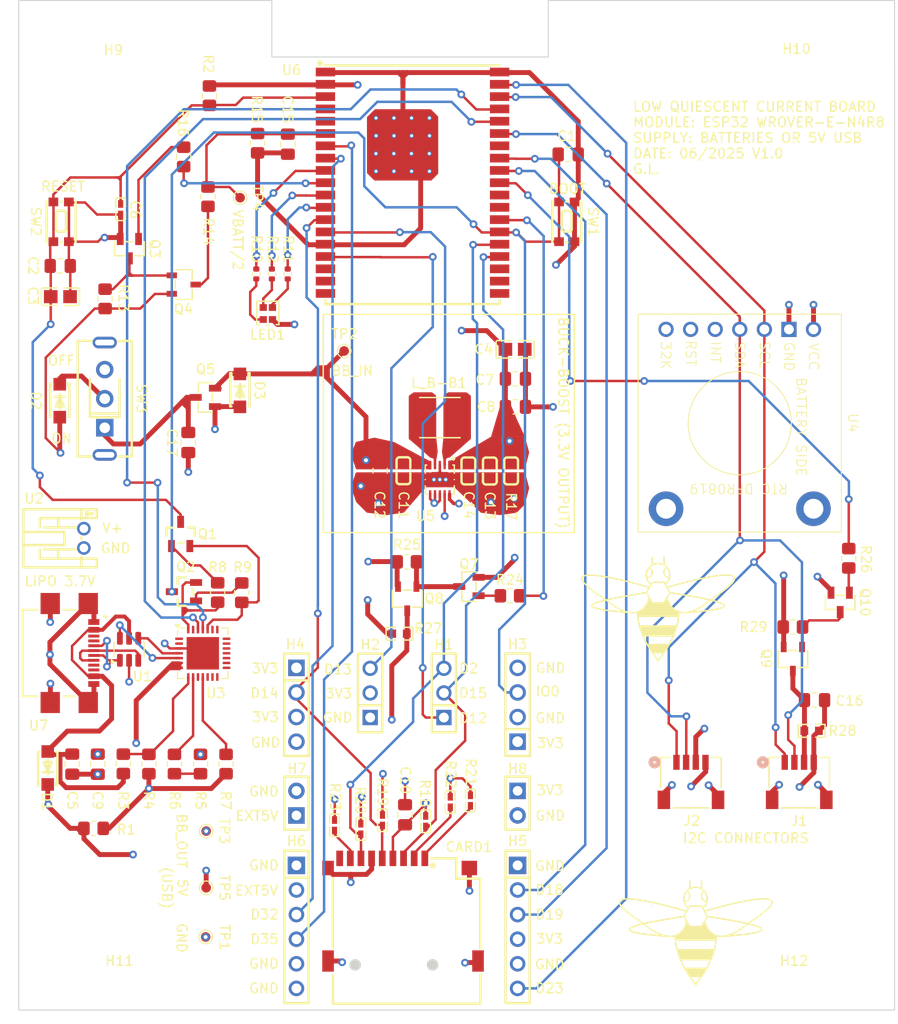
<source format=kicad_pcb>
(kicad_pcb (version 20241229) (generator "pcbnew") (generator_version "9.0")
  (title_block (title "Low quiescent current board") (date "13/06/2025") (rev "1"))
  (layers (0 "F.Cu" signal) (4 "In1.Cu" signal) (6 "In2.Cu" signal) (2 "B.Cu" signal) (13 "F.Paste" user) (15 "B.Paste" user) (5 "F.SilkS" user "F.Silkscreen") (7 "B.SilkS" user "B.Silkscreen") (1 "F.Mask" user) (3 "B.Mask" user) (25 "Edge.Cuts" user))
  (net 0 "")
  (net 1 "GND")
  (net 2 "IO0")
  (net 3 "ENA")
  (net 4 "+3V3")
  (net 5 "VBUS")
  (net 6 "D15")
  (net 7 "Net-(CARD1-DAT2)")
  (net 8 "D2")
  (net 9 "D14")
  (net 10 "Net-(CARD1-DAT1)")
  (net 11 "Net-(CARD1-CD{slash}DAT3)")
  (net 13 "VBAT")
  (net 14 "/Battery_Voltage_Monitor_with_MOSFETS/V_Batt_Monitor_INPUT")
  (net 15 "D34")
  (net 16 "EXT_5V")
  (net 17 "Net-(U5-L2)")
  (net 18 "Net-(U5-L1)")
  (net 19 "D12")
  (net 20 "D13")
  (net 21 "D4")
  (net 22 "D26")
  (net 23 "D27")
  (net 24 "D22")
  (net 25 "D23")
  (net 26 "D21")
  (net 27 "D5")
  (net 28 "D19")
  (net 29 "D18")
  (net 30 "D33")
  (net 31 "D35")
  (net 32 "D32")
  (net 33 "DP")
  (net 34 "DN")
  (net 35 "/micro_SD-CARD_enable/3V3_Input_to_micro_SD-CARD")
  (net 36 "Net-(D2-C)")
  (net 37 "Net-(LED1-B)")
  (net 38 "Net-(LED1-G)")
  (net 39 "RTS")
  (net 40 "Net-(Q1-B)")
  (net 41 "Net-(Q2-B)")
  (net 42 "DTR")
  (net 43 "Net-(Q3-G)")
  (net 44 "Net-(Q3-D)")
  (net 45 "Net-(Q4-D)")
  (net 46 "Net-(U3-VBUS)")
  (net 47 "Net-(R5-Pad1)")
  (net 48 "Net-(U3-~{RST})")
  (net 49 "Net-(U3-~{SUSPEND})")
  (net 50 "D25")
  (net 51 "D+")
  (net 52 "D-")
  (net 62 "TXD0")
  (net 65 "RXD0")
  (net 71 "Net-(LED1-R)")
  (net 72 "/I2C_Connector_Enable/3V3_Input_to_I2C_Connector")
  (net 73 "Net-(Q7-G)")
  (net 82 "/Buck-Boost3.3V/Buck-Boost_INPUT")
  (net 94 "Net-(Q7-D)")
  (net 95 "Net-(Q10-D)")
  (net 96 "Net-(Q10-G)")
  (footprint "TestPoint:TestPoint_Pad_D1.0mm" (layer "F.Cu") (at 104.9196 149.86)
    (property "Reference" "TP1")
    (property "Value" "TestPoint")
  )
  (footprint "Resistor_SMD:R_0805_2012Metric_Pad1.20x1.40mm_HandSolder" (layer "F.Cu") (at 125.7089 111.125 180)
    (property "Reference" "R25")
    (property "Value" "10K")
  )
  (footprint "My_Personal_Footprints_Library:2n3904S-RTKPS" (layer "F.Cu") (at 102.3312 108.24755 -90)
    (property "Reference" "Q1")
    (property "Value" "2N3904S-RTK/PS")
  )
  (footprint "Capacitor_SMD:C_0805_2012Metric_Pad1.18x1.45mm_HandSolder" (layer "F.Cu") (at 125.5268 137.2401 -90)
    (property "Reference" "C10")
    (property "Value" "104")
  )
  (footprint "My_Personal_Footprints_Library:CONN-TH_S2B-PH-K-S-GW" (layer "F.Cu") (at 92.329 108.696 90)
    (property "Reference" "U2")
    (property "Value" "~")
  )
  (footprint "My_Personal_Footprints_Library:WIFI-SMD_ESP32-WROVER-E-N4R8" (layer "F.Cu") (at 126.2972 71.9836)
    (property "Reference" "U6")
    (property "Value" "~")
  )
  (footprint "My_Personal_Footprints_Library:Header-Female-2.54_1x6" (layer "F.Cu") (at 114.3 148.8186 -90)
    (property "Reference" "H6")
    (property "Value" "Header-Female-2.54_1x6")
  )
  (footprint "My_Personal_Footprints_Library:0603WAF7501T5E" (layer "F.Cu") (at 120.9548 138.7094 90)
    (property "Reference" "R20")
    (property "Value" "7.5kΩ")
  )
  (footprint "My_Personal_Footprints_Library:2N7002" (layer "F.Cu") (at 97.0356 78.7948 90)
    (property "Reference" "Q3")
    (property "Value" "N-MOSFET-ENH-2N7002")
  )
  (footprint "My_Personal_Footprints_Library:0603WAF7501T5E" (layer "F.Cu") (at 123.19 137.8066 90)
    (property "Reference" "R19")
    (property "Value" "7.5kΩ")
  )
  (footprint "Capacitor_SMD:C_0805_2012Metric_Pad1.18x1.45mm_HandSolder" (layer "F.Cu") (at 93.7684 132.0181 -90)
    (property "Reference" "C9")
    (property "Value" "104")
  )
  (footprint "My_Personal_Footprints_Library:SS-12F49-G050" (layer "F.Cu") (at 94.488 94.282 90)
    (property "Reference" "SW3")
    (property "Value" "SPDT")
  )
  (footprint "Resistor_SMD:R_0805_2012Metric_Pad1.20x1.40mm_HandSolder" (layer "F.Cu") (at 105.156 73.424 -90)
    (property "Reference" "R14")
    (property "Value" "10K")
  )
  (footprint "My_Personal_Footprints_Library:Header-Female-2.54_1x4" (layer "F.Cu") (at 137.16 125.8824 90)
    (property "Reference" "H3")
    (property "Value" "Header-Female-2.54_1x4")
  )
  (footprint "Resistor_SMD:R_0402_1005Metric" (layer "F.Cu") (at 110.15 81.405 90)
    (property "Reference" "R10")
    (property "Value" "150Ω ±1% 62.5mW")
  )
  (footprint "My_Personal_Footprints_Library:Header-Female-2.54_1x2" (layer "F.Cu") (at 137.16 136.0424 -90)
    (property "Reference" "H8")
    (property "Value" "Header-Female-2.54_1x2")
  )
  (footprint "My_Personal_Footprints_Library:0603WAF7501T5E" (layer "F.Cu") (at 130.2004 135.927 90)
    (property "Reference" "R22")
    (property "Value" "7.5kΩ")
  )
  (footprint "My_Personal_Footprints_Library:CL10A106KP8NNNC" (layer "F.Cu") (at 125.36 101.72 90)
    (property "Reference" "C11")
    (property "Value" "10uF ±10% 10V")
  )
  (footprint "MountingHole:MountingHole_3.2mm_M3" (layer "F.Cu") (at 171.348 58.166)
    (property "Reference" "H10")
    (property "Value" "MountingHole")
  )
  (footprint "My_Personal_Footprints_Library:TPS63001DRCR" (layer "F.Cu") (at 129.12 102.63295 -90)
    (property "Reference" "U5")
    (property "Value" "TPS63001DRCR")
  )
  (footprint "My_Personal_Footprints_Library:2N7002" (layer "F.Cu") (at 132.1257 113.6752)
    (property "Reference" "Q7")
    (property "Value" "N-MOSFET-ENH-2N7002")
  )
  (footprint "My_Personal_Footprints_Library:RB168MM-40TR" (layer "F.Cu") (at 89.8398 94.488 -90)
    (property "Reference" "D2")
    (property "Value" "RB168MM-40TR")
  )
  (footprint "My_Personal_Footprints_Library:CL10A106KP8NNNC" (layer "F.Cu") (at 134.29 101.75 90)
    (property "Reference" "C13")
    (property "Value" "10uF ±10% 10V")
  )
  (footprint "My_Personal_Footprints_Library:GCT_USB4110GFA" (layer "F.Cu") (at 92.285 120.54 -90)
    (property "Reference" "U7")
    (property "Value" "USB4110GFA")
  )
  (footprint "My_Personal_Footprints_Library:TF-SMD_TF-PUSH-micro_SD_card_slot" (layer "F.Cu") (at 125.32 147.04)
    (property "Reference" "CARD1")
    (property "Value" "micro SD-CARD TF PUSH")
    (fp_poly (pts (xy -4.355133 5.621684) (xy -4.395672 5.47039) (xy -4.473988 5.334743) (xy -4.584743 5.223988) (xy -4.72039 5.145672) (xy -4.871684 5.105133) (xy -5.028316 5.105133) (xy -5.17961 5.145672) (xy -5.315257 5.223988) (xy -5.426012 5.334743) (xy -5.504328 5.47039) (xy -5.544867 5.621684) (xy -5.544867 5.778316) (xy -5.504328 5.92961) (xy -5.426012 6.065257) (xy -5.315257 6.176012) (xy -5.17961 6.254328) (xy -5.028316 6.294867) (xy -4.871684 6.294867) (xy -4.72039 6.254328) (xy -4.584743 6.176012) (xy -4.473988 6.065257) (xy -4.395672 5.92961) (xy -4.355133 5.778316)) (fill yes) (layer "Edge.Cuts"))
    (fp_poly (pts (xy 3.644867 5.621684) (xy 3.604328 5.47039) (xy 3.526012 5.334743) (xy 3.415257 5.223988) (xy 3.27961 5.145672) (xy 3.128316 5.105133) (xy 2.971684 5.105133) (xy 2.82039 5.145672) (xy 2.684743 5.223988) (xy 2.573988 5.334743) (xy 2.495672 5.47039) (xy 2.455133 5.621684) (xy 2.455133 5.778316) (xy 2.495672 5.92961) (xy 2.573988 6.065257) (xy 2.684743 6.176012) (xy 2.82039 6.254328) (xy 2.971684 6.294867) (xy 3.128316 6.294867) (xy 3.27961 6.254328) (xy 3.415257 6.176012) (xy 3.526012 6.065257) (xy 3.604328 5.92961) (xy 3.644867 5.778316)) (fill yes) (layer "Edge.Cuts"))
  )
  (footprint "My_Personal_Footprints_Library:BSS84LT1G" (layer "F.Cu") (at 125.7495 114.9254 90)
    (property "Reference" "Q8")
    (property "Value" "P-MOSFET-ENH-BSS84LT1G")
  )
  (footprint "Resistor_SMD:R_0805_2012Metric_Pad1.20x1.40mm_HandSolder" (layer "F.Cu") (at 99.0516 132.0021 -90)
    (property "Reference" "R4")
    (property "Value" "47K5")
  )
  (footprint "Resistor_SMD:R_0805_2012Metric_Pad1.20x1.40mm_HandSolder" (layer "F.Cu") (at 104.3856 132.0021 90)
    (property "Reference" "R5")
    (property "Value" "1K")
  )
  (footprint "My_Personal_Footprints_Library:0603WAF7501T5E" (layer "F.Cu") (at 118.237 138.3284 90)
    (property "Reference" "R23")
    (property "Value" "7.5kΩ")
  )
  (footprint "Capacitor_SMD:C_0805_2012Metric_Pad1.18x1.45mm_HandSolder" (layer "F.Cu") (at 142.39 69.0598)
    (property "Reference" "C1")
    (property "Value" "104")
  )
  (footprint "My_Personal_Footprints_Library:0603WAJ0221T5E" (layer "F.Cu") (at 136.49 101.74 90)
    (property "Reference" "R17")
    (property "Value" "220Ω")
  )
  (footprint "Resistor_SMD:R_0805_2012Metric_Pad1.20x1.40mm_HandSolder" (layer "F.Cu") (at 108.6485 114.30935 90)
    (property "Reference" "R9")
    (property "Value" "10K")
  )
  (footprint "Capacitor_SMD:C_0805_2012Metric_Pad1.18x1.45mm_HandSolder" (layer "F.Cu") (at 113.4112 68.0037 -90)
    (property "Reference" "C15")
    (property "Value" "104")
  )
  (footprint "Package_DFN_QFN:QFN-28-1EP_5x5mm_P0.5mm_EP3.35x3.35mm" (layer "F.Cu") (at 104.6226 120.56805)
    (property "Reference" "U3")
    (property "Value" "CP2102N-Axx-xQFN28")
  )
  (footprint "My_Personal_Footprints_Library:CAP_10uF_CL21A106KOQNNNE" (layer "F.Cu") (at 89.9066 83.7488 180)
    (property "Reference" "C3")
    (property "Value" "10uF ±10% 16V")
  )
  (footprint "My_Personal_Footprints_Library:BSS84LT1G" (layer "F.Cu") (at 102.651 82.4992 180)
    (property "Reference" "Q4")
    (property "Value" "P-MOSFET-ENH-BSS84LT1G")
  )
  (footprint "My_Personal_Footprints_Library:Header-Female-2.54_1x2" (layer "F.Cu") (at 114.3 136.0424 90)
    (property "Reference" "H7")
    (property "Value" "Header-Female-2.54_1x2")
  )
  (footprint "My_Personal_Footprints_Library:2n3904S-RTKPS" (layer "F.Cu") (at 102.6746 114.20775)
    (property "Reference" "Q2")
    (property "Value" "2N3904S-RTK/PS")
  )
  (footprint "Resistor_SMD:R_0805_2012Metric_Pad1.20x1.40mm_HandSolder" (layer "F.Cu") (at 136.3769 114.6302)
    (property "Reference" "R24")
    (property "Value" "100")
  )
  (footprint "Capacitor_SMD:C_0805_2012Metric_Pad1.18x1.45mm_HandSolder" (layer "F.Cu") (at 91.1268 132.0142 -90)
    (property "Reference" "C5")
    (property "Value" "104")
  )
  (footprint "MountingHole:MountingHole_3.2mm_M3" (layer "F.Cu") (at 171.069 152.3238)
    (property "Reference" "H12")
    (property "Value" "MountingHole")
  )
  (footprint "Package_TO_SOT_SMD:SOT-23-6" (layer "F.Cu") (at 97.0026 120.15855 90)
    (property "Reference" "U1")
    (property "Value" "USBLC6-2SC6")
  )
  (footprint "TestPoint:TestPoint_Pad_D1.0mm" (layer "F.Cu") (at 119.2276 89.3572 180)
    (property "Reference" "TP2")
    (property "Value" "TestPoint")
  )
  (footprint "My_Personal_Footprints_Library:IND_2.2uH_SWPA4018S2R2MT" (layer "F.Cu") (at 129.126 96.234 180)
    (property "Reference" "L_B-B1")
    (property "Value" "2.2uH ±20% 3.2A")
  )
  (footprint "Capacitor_SMD:C_0805_2012Metric_Pad1.18x1.45mm_HandSolder" (layer "F.Cu") (at 89.8906 80.5738)
    (property "Reference" "C2")
    (property "Value" "104")
  )
  (footprint "Capacitor_SMD:C_0805_2012Metric_Pad1.18x1.45mm_HandSolder" (layer "F.Cu") (at 103.124 98.806 90)
    (property "Reference" "C17")
    (property "Value" "104")
  )
  (footprint "My_Personal_Footprints_Library:E6C0606RGBC3UDA" (layer "F.Cu") (at 111.346 85.486 -90)
    (property "Reference" "LED1")
    (property "Value" "E6C0606RGBC3UDA")
  )
  (footprint "My_Personal_Footprints_Library:KMR211NGLFS" (layer "F.Cu") (at 142.24 76.0198 90)
    (property "Reference" "SW1")
    (property "Value" "~")
  )
  (footprint "My_Personal_Footprints_Library:RB168MM-40TR" (layer "F.Cu") (at 88.5946 132.4102 90)
    (property "Reference" "D1")
    (property "Value" "RB168MM-40TR")
  )
  (footprint "Resistor_SMD:R_0805_2012Metric_Pad1.20x1.40mm_HandSolder" (layer "F.Cu") (at 94.5256 83.9748 -90)
    (property "Reference" "R13")
    (property "Value" "10K")
  )
  (footprint "My_Personal_Footprints_Library:KMR211NGLFS" (layer "F.Cu") (at 89.9796 76.0198 90)
    (property "Reference" "SW2")
    (property "Value" "~")
  )
  (footprint "Resistor_SMD:R_0402_1005Metric" (layer "F.Cu") (at 113.4 81.405 -90)
    (property "Reference" "R11")
    (property "Value" "36Ω ±1% 62.5mW")
  )
  (footprint "My_Personal_Footprints_Library:PMOSFET-DMP1045U-7" (layer "F.Cu") (at 104.882925 94.1476)
    (property "Reference" "Q5")
    (property "Value" "PMOSFET-DMP1045U-7")
  )
  (footprint "My_Personal_Footprints_Library:CL10A475KP8NNNC" (layer "F.Cu") (at 132.07 101.74 90)
    (property "Reference" "C14")
    (property "Value" "4.7uF")
  )
  (footprint "My_Personal_Footprints_Library:BSS84LT1G" (layer "F.Cu") (at 165.608 121.158 90)
    (property "Reference" "Q9")
    (property "Value" "P-MOSFET-ENH-BSS84LT1G")
  )
  (footprint "My_Personal_Footprints_Library:0603WAF4701T5E" (layer "F.Cu") (at 167.5469 128.5748 180)
    (property "Reference" "R28")
    (property "Value" "4.7kΩ ±1% 100mW")
  )
  (footprint "My_Personal_Footprints_Library:Header-Female-2.54mm_1x3" (layer "F.Cu") (at 129.54 124.6632 90)
    (property "Reference" "H1")
    (property "Value" "Header-Female-2.54_1x3")
  )
  (footprint "Resistor_SMD:R_0805_2012Metric_Pad1.20x1.40mm_HandSolder" (layer "F.Cu") (at 106.1593 114.29335 90)
    (property "Reference" "R8")
    (property "Value" "10K")
  )
  (footprint "Capacitor_SMD:C_0805_2012Metric_Pad1.18x1.45mm_HandSolder" (layer "F.Cu") (at 136.9355 92.2314)
    (property "Reference" "C7")
    (property "Value" "104")
  )
  (footprint "Capacitor_SMD:C_0805_2012Metric_Pad1.18x1.45mm_HandSolder" (layer "F.Cu") (at 136.9355 95.127)
    (property "Reference" "C8")
    (property "Value" "104")
  )
  (footprint "Resistor_SMD:R_0805_2012Metric_Pad1.20x1.40mm_HandSolder" (layer "F.Cu") (at 171.384 110.76 90)
    (property "Reference" "R26")
    (property "Value" "100")
  )
  (footprint "My_Personal_Footprints_Library:Header-Female-2.54_1x4" (layer "F.Cu") (at 114.3 125.8824 -90)
    (property "Reference" "H4")
    (property "Value" "Header-Female-2.54_1x4")
  )
  (footprint "Resistor_SMD:R_0805_2012Metric_Pad1.20x1.40mm_HandSolder" (layer "F.Cu") (at 96.41 131.9833 90)
    (property "Reference" "R3")
    (property "Value" "22K1")
  )
  (footprint "MountingHole:MountingHole_3.2mm_M3" (layer "F.Cu") (at 90.678 58.293)
    (property "Reference" "H9")
    (property "Value" "MountingHole")
  )
  (footprint "My_Personal_Footprints_Library:CONN_SM04B-SRSS-TB_JST" (layer "F.Cu") (at 155.075001 133.9245 180)
    (property "Reference" "J2")
    (property "Value" "SM04B-SRSS-TB")
  )
  (footprint "Resistor_SMD:R_0805_2012Metric_Pad1.20x1.40mm_HandSolder" (layer "F.Cu") (at 102.646 69.314 -90)
    (property "Reference" "R16")
    (property "Value" "100")
  )
  (footprint "Resistor_SMD:R_0805_2012Metric_Pad1.20x1.40mm_HandSolder" (layer "F.Cu") (at 105.3086 62.996 90)
    (property "Reference" "R2")
    (property "Value" "10K")
  )
  (footprint "TestPoint:TestPoint_Pad_D1.0mm" (layer "F.Cu") (at 104.9704 138.9262 -90)
    (property "Reference" "TP3")
    (property "Value" "TestPoint")
  )
  (footprint "TestPoint:TestPoint_Pad_D1.0mm" (layer "F.Cu") (at 104.9704 144.78)
    (property "Reference" "TP5")
    (property "Value" "TestPoint")
  )
  (footprint "My_Personal_Footprints_Library:CONN_SM04B-SRSS-TB_JST" (layer "F.Cu") (at 166.267 133.9245 180)
    (property "Reference" "J1")
    (property "Value" "SM04B-SRSS-TB")
  )
  (footprint "My_Personal_Footprints_Library:DFR0819" (layer "F.Cu") (at 160.6236 96.7535 -90)
    (property "Reference" "U4")
    (property "Value" "DFR0819")
  )
  (footprint "My_Personal_Footprints_Library:CL10A105KB8NNNC" (layer "F.Cu") (at 96.1306 74.7198 90)
    (property "Reference" "C6")
    (property "Value" "1uF ±10% 50V")
  )
  (footprint "TestPoint:TestPoint_Pad_D1.0mm" (layer "F.Cu") (at 108.48 73.53)
    (property "Reference" "TP4")
    (property "Value" "TestPoint")
  )
  (footprint "My_Personal_Footprints_Library:0603WAF4701T5E" (layer "F.Cu") (at 124.9511 118.5418)
    (property "Reference" "R27")
    (property "Value" "4.7kΩ ±1% 100mW")
  )
  (footprint "Resistor_SMD:R_0805_2012Metric_Pad1.20x1.40mm_HandSolder" (layer "F.Cu") (at 101.6932 132.0021 -90)
    (property "Reference" "R6")
    (property "Value" "1K")
  )
  (footprint "Resistor_SMD:R_0805_2012Metric_Pad1.20x1.40mm_HandSolder" (layer "F.Cu") (at 107.0272 132.0021 90)
    (property "Reference" "R7")
    (property "Value" "10K")
  )
  (footprint "My_Personal_Footprints_Library:CAP_22uF_CL21A226MAQNNNE" (layer "F.Cu") (at 136.898 89.1834 180)
    (property "Reference" "C4")
    (property "Value" "22uF ±20% 25V")
  )
  (footprint "Resistor_SMD:R_0805_2012Metric_Pad1.20x1.40mm_HandSolder" (layer "F.Cu") (at 110.286 67.904 90)
    (property "Reference" "R15")
    (property "Value" "10K")
  )
  (footprint "My_Personal_Footprints_Library:2N7002" (layer "F.Cu") (at 170.5 115.316 90)
    (property "Reference" "Q10")
    (property "Value" "N-MOSFET-ENH-2N7002")
  )
  (footprint "MountingHole:MountingHole_3.2mm_M3" (layer "F.Cu") (at 90.678 152.3238)
    (property "Reference" "H11")
    (property "Value" "MountingHole")
  )
  (footprint "My_Personal_Footprints_Library:0603WAF7501T5E" (layer "F.Cu") (at 132.2832 135.7746 90)
    (property "Reference" "R21")
    (property "Value" "7.5kΩ")
  )
  (footprint "My_Personal_Footprints_Library:Header-Female-2.54_1x6" (layer "F.Cu") (at 137.16 148.8186 -90)
    (property "Reference" "H5")
    (property "Value" "Header-Female-2.54_1x6")
  )
  (footprint "My_Personal_Footprints_Library:Header-Female-2.54mm_1x3" (layer "F.Cu") (at 121.92 124.6632 90)
    (property "Reference" "H2")
    (property "Value" "Header-Female-2.54_1x3")
  )
  (footprint "My_Personal_Footprints_Library:0603WAF7501T5E" (layer "F.Cu") (at 127.6604 137.9082 90)
    (property "Reference" "R18")
    (property "Value" "7.5kΩ")
  )
  (footprint "Capacitor_SMD:C_0805_2012Metric_Pad1.18x1.45mm_HandSolder" (layer "F.Cu") (at 167.8471 125.3998 180)
    (property "Reference" "C16")
    (property "Value" "104")
  )
  (footprint "My_Personal_Footprints_Library:RB168MM-40TR" (layer "F.Cu") (at 108.458 93.423 -90)
    (property "Reference" "D3")
    (property "Value" "RB168MM-40TR")
  )
  (footprint "Resistor_SMD:R_0805_2012Metric_Pad1.20x1.40mm_HandSolder" (layer "F.Cu") (at 93.3358 138.6447 180)
    (property "Reference" "R1")
    (property "Value" "10K")
  )
  (footprint "Resistor_SMD:R_0402_1005Metric" (layer "F.Cu") (at 111.76 81.405 -90)
    (property "Reference" "R12")
    (property "Value" "36Ω ±1% 62.5mW")
  )
  (footprint "Resistor_SMD:R_0805_2012Metric_Pad1.20x1.40mm_HandSolder" (layer "F.Cu") (at 165.608 117.856 180)
    (property "Reference" "R29")
    (property "Value" "10K")
  )
  (footprint "Capacitor_SMD:C_0805_2012Metric_Pad1.18x1.45mm_HandSolder" (layer "F.Cu") (at 122.946 101.724 -90)
    (property "Reference" "C12")
    (property "Value" "104")
  )
  (gr_curve (pts (xy 154.344575 147.72978) (xy 150.104575 148.43978) (xy 144.944175 149.24618) (xy 152.818175 149.80498)) (stroke (width 0.15)) (layer "F.SilkS"))
  (gr_line (start 150.11 118.7628) (end 153.2088 118.7628) (stroke (width 0.15)) (layer "F.SilkS"))
  (gr_curve (pts (xy 150.773 113.77) (xy 150.773 113.77) (xy 138.818 110.2) (xy 146.228 115.01)) (stroke (width 0.15)) (layer "F.SilkS"))
  (gr_curve (pts (xy 156.489575 147.18978) (xy 156.489575 147.18978) (xy 168.444575 143.61978) (xy 161.034575 148.42978)) (stroke (width 0.15)) (layer "F.SilkS"))
  (gr_line (start 156.174575 148.78978) (end 156.784575 147.72978) (stroke (width 0.15)) (layer "F.SilkS"))
  (gr_poly (pts (xy 149.8052 117.7976) (xy 153.5644 117.7468) (xy 153.2088 118.7628) (xy 150.11 118.7628)) (stroke (width 0.15)) (fill yes) (layer "F.SilkS"))
  (gr_curve (pts (xy 150.991975 146.60878) (xy 150.991975 146.60878) (xy 150.991975 146.60878) (xy 150.991975 146.60878)) (stroke (width 0.15)) (layer "F.SilkS"))
  (gr_curve (pts (xy 150.468 114.3) (xy 146.228 115.01) (xy 141.0676 115.8164) (xy 148.9416 116.3752)) (stroke (width 0.15)) (layer "F.SilkS"))
  (gr_line (start 151.688 113.24) (end 152.298 113.24) (stroke (width 0.15)) (layer "F.SilkS"))
  (gr_line (start 154.951775 144.87738) (end 154.954575 144.06458) (stroke (width 0.15)) (layer "F.SilkS"))
  (gr_line (start 156.170975 144.87738) (end 156.174575 144.06458) (stroke (width 0.15)) (layer "F.SilkS"))
  (gr_line (start 153.681775 151.17658) (end 157.440975 151.17658) (stroke (width 0.15)) (layer "F.SilkS"))
  (gr_curve (pts (xy 161.034575 148.42978) (xy 157.194575 151.60978) (xy 156.489575 148.24978) (xy 156.489575 148.24978)) (stroke (width 0.15)) (layer "F.SilkS"))
  (gr_curve (pts (xy 152.613 113.76) (xy 152.613 113.76) (xy 164.568 110.19) (xy 157.158 115)) (stroke (width 0.15)) (layer "F.SilkS"))
  (gr_arc (start 154.660557 145.148812) (mid 154.934448 145.777452) (end 154.392975 146.19818) (stroke (width 0.15)) (layer "F.SilkS"))
  (gr_line (start 154.494575 153.10698) (end 156.678975 153.10698) (stroke (width 0.15)) (layer "F.SilkS"))
  (gr_line (start 151.078 113.24) (end 150.468 114.3) (stroke (width 0.15)) (layer "F.SilkS"))
  (gr_arc (start 152.841382 112.750968) (mid 152.299909 112.33024) (end 152.5738 111.7016) (stroke (width 0.15)) (layer "F.SilkS"))
  (gr_curve (pts (xy 155.184575 154.23978) (xy 155.174113 154.183812) (xy 153.524575 152.27978) (xy 153.424575 149.75978)) (stroke (width 0.15)) (layer "F.SilkS"))
  (gr_line (start 156.174575 146.66978) (end 156.784575 147.72978) (stroke (width 0.15)) (layer "F.SilkS"))
  (gr_line (start 151.688 115.36) (end 152.298 115.36) (stroke (width 0.15)) (layer "F.SilkS"))
  (gr_line (start 155.713775 154.55478) (end 155.944575 154.23978) (stroke (width 0.15)) (layer "F.SilkS"))
  (gr_line (start 155.559575 154.77978) (end 155.369575 154.48978) (stroke (width 0.15)) (layer "F.SilkS"))
  (gr_line (start 151.688 121.35) (end 151.878 121.06) (stroke (width 0.15)) (layer "F.SilkS"))
  (gr_line (start 151.8372 121.125) (end 152.068 120.81) (stroke (width 0.15)) (layer "F.SilkS"))
  (gr_line (start 149.6528 116.7308) (end 153.7168 116.7308) (stroke (width 0.15)) (layer "F.SilkS"))
  (gr_line (start 155.564575 154.77978) (end 155.754575 154.48978) (stroke (width 0.15)) (layer "F.SilkS"))
  (gr_line (start 153.529375 150.16058) (end 157.593375 150.16058) (stroke (width 0.15)) (layer "F.SilkS"))
  (gr_line (start 149.8052 117.7468) (end 153.5644 117.7468) (stroke (width 0.15)) (layer "F.SilkS"))
  (gr_arc (start 154.794575 146.87978) (mid 155.543484 144.722165) (end 156.307904 146.874333) (stroke (width 0.15)) (layer "F.SilkS"))
  (gr_line (start 155.564575 148.78978) (end 154.954575 148.78978) (stroke (width 0.15)) (layer "F.SilkS"))
  (gr_line (start 155.564575 146.66978) (end 154.954575 146.66978) (stroke (width 0.15)) (layer "F.SilkS"))
  (gr_curve (pts (xy 155.944575 154.23978) (xy 155.955037 154.183812) (xy 157.604575 152.27978) (xy 157.704575 149.75978)) (stroke (width 0.15)) (layer "F.SilkS"))
  (gr_curve (pts (xy 149.766975 148.10878) (xy 149.766975 148.10878) (xy 149.766975 148.10878) (xy 149.766975 148.10878)) (stroke (width 0.15)) (layer "F.SilkS"))
  (gr_poly (pts (xy 150.618 119.6772) (xy 152.8024 119.6772) (xy 152.2944 120.49) (xy 151.126 120.49)) (stroke (width 0.15)) (fill yes) (layer "F.SilkS"))
  (gr_arc (start 156.717957 146.180748) (mid 156.176484 145.76002) (end 156.450375 145.13138) (stroke (width 0.15)) (layer "F.SilkS"))
  (gr_line (start 152.298 113.24) (end 152.908 114.3) (stroke (width 0.15)) (layer "F.SilkS"))
  (gr_poly (pts (xy 153.529375 150.16058) (xy 157.593375 150.16058) (xy 157.680435 149.846789) (xy 156.798357 149.152202) (xy 156.577375 148.63658) (xy 156.479575 148.25978) (xy 156.170975 148.78898) (xy 154.900975 148.83978) (xy 154.698741 148.37321) (xy 154.305 149.225) (xy 153.452749 149.867531)) (stroke (width 0.15)) (fill yes) (layer "F.SilkS"))
  (gr_line (start 152.2944 111.4476) (end 152.298 110.6348) (stroke (width 0.15)) (layer "F.SilkS"))
  (gr_line (start 155.569575 154.77978) (end 155.759575 154.48978) (stroke (width 0.15)) (layer "F.SilkS"))
  (gr_poly (pts (xy 154.494575 153.10698) (xy 156.678975 153.10698) (xy 156.170975 153.91978) (xy 155.002575 153.91978)) (stroke (width 0.15)) (fill yes) (layer "F.SilkS"))
  (gr_line (start 151.078 115.36) (end 150.468 114.3) (stroke (width 0.15)) (layer "F.SilkS"))
  (gr_line (start 151.126 120.49) (end 152.2436 120.49) (stroke (width 0.15)) (layer "F.SilkS"))
  (gr_line (start 151.688 121.35) (end 151.498 121.06) (stroke (width 0.15)) (layer "F.SilkS"))
  (gr_line (start 151.683 121.35) (end 151.493 121.06) (stroke (width 0.15)) (layer "F.SilkS"))
  (gr_line (start 155.564575 154.77978) (end 155.374575 154.48978) (stroke (width 0.15)) (layer "F.SilkS"))
  (gr_poly (pts (xy 153.681775 151.22738) (xy 157.440975 151.17658) (xy 157.085375 152.19258) (xy 153.986575 152.19258)) (stroke (width 0.15)) (fill yes) (layer "F.SilkS"))
  (gr_line (start 153.986575 152.19258) (end 157.085375 152.19258) (stroke (width 0.15)) (layer "F.SilkS"))
  (gr_line (start 155.564575 148.78978) (end 156.174575 148.78978) (stroke (width 0.15)) (layer "F.SilkS"))
  (gr_curve (pts (xy 146.228 115.01) (xy 150.068 118.19) (xy 150.773 114.83) (xy 150.773 114.83)) (stroke (width 0.15)) (layer "F.SilkS"))
  (gr_curve (pts (xy 150.104575 148.43978) (xy 153.944575 151.61978) (xy 154.649575 148.25978) (xy 154.649575 148.25978)) (stroke (width 0.15)) (layer "F.SilkS"))
  (gr_line (start 155.002575 153.91978) (end 156.120175 153.91978) (stroke (width 0.15)) (layer "F.SilkS"))
  (gr_line (start 151.493 121.06) (end 151.308 120.81) (stroke (width 0.15)) (layer "F.SilkS"))
  (gr_line (start 152.298 115.36) (end 152.908 114.3) (stroke (width 0.15)) (layer "F.SilkS"))
  (gr_line (start 150.618 119.6772) (end 152.8024 119.6772) (stroke (width 0.15)) (layer "F.SilkS"))
  (gr_line (start 151.688 113.24) (end 151.078 113.24) (stroke (width 0.15)) (layer "F.SilkS"))
  (gr_line (start 154.954575 148.78978) (end 154.344575 147.72978) (stroke (width 0.15)) (layer "F.SilkS"))
  (gr_line (start 154.954575 146.66978) (end 154.344575 147.72978) (stroke (width 0.15)) (layer "F.SilkS"))
  (gr_curve (pts (xy 157.158 115) (xy 153.318 118.18) (xy 152.613 114.82) (xy 152.613 114.82)) (stroke (width 0.15)) (layer "F.SilkS"))
  (gr_curve (pts (xy 152.068 120.81) (xy 152.078462 120.754032) (xy 153.728 118.85) (xy 153.828 116.33)) (stroke (width 0.15)) (layer "F.SilkS"))
  (gr_arc (start 150.783982 111.719032) (mid 151.057873 112.347672) (end 150.5164 112.7684) (stroke (width 0.15)) (layer "F.SilkS"))
  (gr_curve (pts (xy 152.908 114.3) (xy 157.148 115.01) (xy 162.3084 115.8164) (xy 154.4344 116.3752)) (stroke (width 0.15)) (layer "F.SilkS"))
  (gr_curve (pts (xy 154.649575 147.19978) (xy 154.649575 147.19978) (xy 142.694575 143.62978) (xy 150.104575 148.43978)) (stroke (width 0.15)) (layer "F.SilkS"))
  (gr_line (start 155.369575 154.48978) (end 155.184575 154.23978) (stroke (width 0.15)) (layer "F.SilkS"))
  (gr_line (start 151.693 121.35) (end 151.883 121.06) (stroke (width 0.15)) (layer "F.SilkS"))
  (gr_line (start 151.688 115.36) (end 151.078 115.36) (stroke (width 0.15)) (layer "F.SilkS"))
  (gr_poly (pts (xy 117.08767 92.6378) (xy 117.0688 92.6378) (xy 117.0688 85.5766) (xy 143.0276 85.5766) (xy 143.0276 108.1064) (xy 117.08 108.1064)) (stroke (width 0.15)) (fill no) (layer "F.SilkS"))
  (gr_curve (pts (xy 151.308 120.81) (xy 151.297538 120.754032) (xy 149.648 118.85) (xy 149.548 116.33)) (stroke (width 0.15)) (layer "F.SilkS"))
  (gr_poly (pts (xy 149.6528 116.7308) (xy 153.7168 116.7308) (xy 153.80386 116.417009) (xy 152.921782 115.722422) (xy 152.7008 115.2068) (xy 152.603 114.83) (xy 152.2944 115.3592) (xy 151.0244 115.41) (xy 150.822166 114.94343) (xy 150.428425 115.79522) (xy 149.576174 116.437751)) (stroke (width 0.15)) (fill yes) (layer "F.SilkS"))
  (gr_arc (start 150.918 113.45) (mid 151.666909 111.292385) (end 152.431329 113.444553) (stroke (width 0.15)) (layer "F.SilkS"))
  (gr_curve (pts (xy 156.784575 147.72978) (xy 161.024575 148.43978) (xy 166.184975 149.24618) (xy 158.310975 149.80498)) (stroke (width 0.15)) (layer "F.SilkS"))
  (gr_line (start 151.0752 111.4476) (end 151.078 110.6348) (stroke (width 0.15)) (layer "F.SilkS"))
  (gr_line (start 155.564575 146.66978) (end 156.174575 146.66978) (stroke (width 0.15)) (layer "F.SilkS"))
  (gr_poly (pts (xy 111.76 59.0012) (xy 140.335 59.0012) (xy 140.335 53.167) (xy 176.117 53.167) (xy 176.117 59.3852) (xy 176.1236 59.3852) (xy 176.1236 157.4038) (xy 85.598 157.4038) (xy 85.598 59.39) (xy 85.598 53.167) (xy 111.76 53.167)) (stroke (width 0.1)) (fill no) (layer "Edge.Cuts"))
  (gr_text "D15" (at 131.0132 125.2645 0) (layer "F.SilkS") (effects (font (size 1 1)) (justify left bottom)))
  (gr_text "GND" (at 109.3216 155.7445 0) (layer "F.SilkS") (effects (font (size 1 1)) (justify left bottom)))
  (gr_text "3V3" (at 109.5756 122.7245 0) (layer "F.SilkS") (effects (font (size 1 1)) (justify left bottom)))
  (gr_text "5V\n(USB)" (at 100.33 144.78 270) (layer "F.SilkS") (effects (font (size 1 1)) (justify bottom)))
  (gr_text "3V3" (at 139.0396 135.2975 0) (layer "F.SilkS") (effects (font (size 1 1)) (justify left bottom)))
  (gr_text "3V3" (at 117.1956 125.3153 0) (layer "F.SilkS") (effects (font (size 1 1)) (justify left bottom)))
  (gr_text "BUCK-BOOST (3.3V OUTPUT)" (at 141.3002 85.7504 270) (layer "F.SilkS") (effects (font (size 1 1)) (justify left bottom)))
  (gr_text "IO0" (at 138.938 125.095 0) (layer "F.SilkS") (effects (font (size 1 1)) (justify left bottom)))
  (gr_text "D35" (at 109.4486 150.6645 0) (layer "F.SilkS") (effects (font (size 1 1)) (justify left bottom)))
  (gr_text "V+" (at 94.14 108.22 0) (layer "F.SilkS") (effects (font (size 1 1)) (justify left bottom)))
  (gr_text "D23" (at 138.9126 155.7445 0) (layer "F.SilkS") (effects (font (size 1 1)) (justify left bottom)))
  (gr_text "BB_IN" (at 117.8306 91.9988 0) (layer "F.SilkS") (effects (font (size 1 1)) (justify left bottom)))
  (gr_text "GND" (at 101.854 148.336 270) (layer "F.SilkS") (effects (font (size 1 1)) (justify left bottom)))
  (gr_text "EXT5V" (at 110.17 145.66 0) (layer "F.SilkS") (effects (font (size 1 1)) (justify bottom)))
  (gr_text "3V3" (at 109.617 127.7455 0) (layer "F.SilkS") (effects (font (size 1 1)) (justify left bottom)))
  (gr_text "BB_OUT" (at 101.857428 137.025238 270) (layer "F.SilkS") (effects (font (size 1 1)) (justify left bottom)))
  (gr_text "VBATT/2" (at 107.6452 74.676 270) (layer "F.SilkS") (effects (font (size 1 1)) (justify left bottom)))
  (gr_text "GND" (at 138.938 122.682 0) (layer "F.SilkS") (effects (font (size 1 1)) (justify left bottom)))
  (gr_text "GND" (at 109.3216 135.4245 0) (layer "F.SilkS") (effects (font (size 1 1)) (justify left bottom)))
  (gr_text "LiPO 3.7V" (at 86.106 113.7158 0) (layer "F.SilkS") (effects (font (size 1 1)) (justify left bottom)))
  (gr_text "I2C CONNECTORS" (at 154.15 140.24 0) (layer "F.SilkS") (effects (font (size 1 1)) (justify left bottom)))
  (gr_text "GND" (at 138.91 127.84 0) (layer "F.SilkS") (effects (font (size 1 1)) (justify left bottom)))
  (gr_text "OFF" (at 88.519 90.932 0) (layer "F.SilkS") (effects (font (size 1 1)) (justify left bottom)))
  (gr_text "RESET" (at 87.81 72.96 0) (layer "F.SilkS") (effects (font (size 1 1)) (justify left bottom)))
  (gr_text "D14" (at 109.4486 125.2645 0) (layer "F.SilkS") (effects (font (size 1 1)) (justify left bottom)))
  (gr_text "D32" (at 109.4486 148.1245 0) (layer "F.SilkS") (effects (font (size 1 1)) (justify left bottom)))
  (gr_text "ON" (at 88.88 98.99 0) (layer "F.SilkS") (effects (font (size 1 1)) (justify left bottom)))
  (gr_text "D2" (at 131.0132 122.7245 0) (layer "F.SilkS") (effects (font (size 1 1)) (justify left bottom)))
  (gr_text "EXT5V" (at 110.23 137.94 0) (layer "F.SilkS") (effects (font (size 1 1)) (justify bottom)))
  (gr_text "D18" (at 138.9126 145.5845 0) (layer "F.SilkS") (effects (font (size 1 1)) (justify left bottom)))
  (gr_text "GND" (at 138.88 143.11 0) (layer "F.SilkS") (effects (font (size 1 1)) (justify left bottom)))
  (gr_text "3V3" (at 138.977 150.6455 0) (layer "F.SilkS") (effects (font (size 1 1)) (justify left bottom)))
  (gr_text "D12" (at 131.0132 127.8553 0) (layer "F.SilkS") (effects (font (size 1 1)) (justify left bottom)))
  (gr_text "GND" (at 109.3216 143.0445 0) (layer "F.SilkS") (effects (font (size 1 1)) (justify left bottom)))
  (gr_text "GND" (at 116.9416 127.8045 0) (layer "F.SilkS") (effects (font (size 1 1)) (justify left bottom)))
  (gr_text "GND" (at 138.85 153.27 0) (layer "F.SilkS") (effects (font (size 1 1)) (justify left bottom)))
  (gr_text "D19" (at 138.9126 148.1245 0) (layer "F.SilkS") (effects (font (size 1 1)) (justify left bottom)))
  (gr_text "GND" (at 109.3216 153.2045 0) (layer "F.SilkS") (effects (font (size 1 1)) (justify left bottom)))
  (gr_text "GND" (at 138.9126 137.922 0) (layer "F.SilkS") (effects (font (size 1 1)) (justify left bottom)))
  (gr_text "BOOT" (at 140.29 73.2 0) (layer "F.SilkS") (effects (font (size 1 1)) (justify left bottom)))
  (gr_text "D13" (at 117.0432 122.8261 0) (layer "F.SilkS") (effects (font (size 1 1)) (justify left bottom)))
  (gr_text "GND" (at 93.99 110.31 0) (layer "F.SilkS") (effects (font (size 1 1)) (justify left bottom)))
  (gr_text "3V3" (at 139.065 130.429 0) (layer "F.SilkS") (effects (font (size 1 1)) (justify left bottom)))
  (gr_text "LOW QUIESCENT CURRENT BOARD\nMODULE: ESP32 WROVER-E-N4R8\nSUPPLY: BATTERIES OR 5V USB\nDATE: 06/2025 V1.0\nG.L." (at 149 71.16 0) (layer "F.SilkS") (effects (font (size 1 1)) (justify left bottom)))
  (gr_text "GND" (at 109.49 130.37 0) (layer "F.SilkS") (effects (font (size 1 1)) (justify left bottom)))
  (segment (start 90.7796 80.4253) (end 90.9281 80.5738) (width 0.254) (layer "F.Cu") (net 1))
  (segment (start 135.0053 112.7252) (end 133.1257 112.7252) (width 0.508) (layer "F.Cu") (net 1))
  (segment (start 118.8965 152.34) (end 119.0244 152.4679) (width 0.508) (layer "F.Cu") (net 1))
  (segment (start 167.776401 131.816599) (end 167.776401 129.098799) (width 0.508) (layer "F.Cu") (net 1))
  (segment (start 132.15 142.51) (end 132.17 142.53) (width 0.508) (layer "F.Cu") (net 1))
  (segment (start 88.8654 117.3318) (end 88.8492 117.348) (width 0.508) (layer "F.Cu") (net 1))
  (segment (start 117.5588 143.2162) (end 117.5736 143.231) (width 0.508) (layer "F.Cu") (net 1))
  (segment (start 92.7882 125.6538) (end 92.8046 125.6538) (width 0.508) (layer "F.Cu") (net 1))
  (segment (start 94.4698 77.6492) (end 94.2062 77.6492) (width 0.254) (layer "F.Cu") (net 1))
  (segment (start 129.622 105.765) (end 129.6222 105.7648) (width 0.254) (layer "F.Cu") (net 1))
  (segment (start 132.17 142.53) (end 132.17 142.74) (width 0.508) (layer "F.Cu") (net 1))
  (segment (start 110.286 68.964) (end 110.286 68.904) (width 0.254) (layer "F.Cu") (net 1))
  (segment (start 90.8346 74.0248) (end 92.4506 74.0248) (width 0.254) (layer "F.Cu") (net 1))
  (segment (start 96.1306 75.2648) (end 96.1306 77.7498) (width 0.508) (layer "F.Cu") (net 1))
  (segment (start 135.2216 60.6084) (end 135.251 60.579) (width 0.508) (layer "F.Cu") (net 1))
  (segment (start 143.4275 73.5823) (end 143.04 73.9698) (width 0.508) (layer "F.Cu") (net 1))
  (segment (start 125.306 61.7514) (end 125.306 60.6516) (width 0.508) (layer "F.Cu") (net 1))
  (segment (start 90.7906 78.1248) (end 90.7906 73.9808) (width 0.254) (layer "F.Cu") (net 1))
  (segment (start 132.9092 152.5008) (end 131.7423 152.5008) (width 0.508) (layer "F.Cu") (net 1))
  (segment (start 90.9281 80.5738) (end 90.9281 83.7273) (width 0.254) (layer "F.Cu") (net 1))
  (segment (start 167.776401 129.098799) (end 168.3004 128.5748) (width 0.508) (layer "F.Cu") (net 1))
  (segment (start 122.07 141.74) (end 122.0736 141.7436) (width 0.508) (layer "F.Cu") (net 1))
  (segment (start 97.0026 123.5026) (end 97.01 123.51) (width 0.254) (layer "F.Cu") (net 1))
  (segment (start 125.5268 136.2026) (end 125.5268 133.7735) (width 0.254) (layer "F.Cu") (net 1))
  (segment (start 125.306 61.0478) (end 124.8666 60.6084) (width 0.508) (layer "F.Cu") (net 1))
  (segment (start 104.1226 120.06805) (end 104.6226 120.56805) (width 0.254) (layer "F.Cu") (net 1))
  (segment (start 143.04 78.0698) (end 143.04 78.5496) (width 0.508) (layer "F.Cu") (net 1))
  (segment (start 117.5736 152.5008) (end 117.7344 152.34) (width 0.508) (layer "F.Cu") (net 1))
  (segment (start 132.1736 145.0939) (end 132.1816 145.1019) (width 0.508) (layer "F.Cu") (net 1))
  (segment (start 119.9134 143.4001) (end 119.9134 144.2129) (width 0.508) (layer "F.Cu") (net 1))
  (segment (start 168.8846 125.3998) (end 168.8846 127.9906) (width 0.508) (layer "F.Cu") (net 1))
  (segment (start 125.306 61.7514) (end 125.306 66.984) (width 0.508) (layer "F.Cu") (net 1))
  (segment (start 167.767 131.826) (end 167.776401 131.816599) (width 0.508) (layer "F.Cu") (net 1))
  (segment (start 138.3832 60.6084) (end 143.4275 65.6527) (width 0.508) (layer "F.Cu") (net 1))
  (segment (start 136.8552 110.8753) (end 135.0053 112.7252) (width 0.508) (layer "F.Cu") (net 1))
  (segment (start 133.07 152.34) (end 132.9092 152.5008) (width 0.508) (layer "F.Cu") (net 1))
  (segment (start 122.0736 141.7436) (end 122.0736 142.8655) (width 0.508) (layer "F.Cu") (net 1))
  (segment (start 110.286 73.156) (end 115.5184 78.3884) (width 0.508) (layer "F.Cu") (net 1))
  (segment (start 127.141 69.809) (end 126.821 69.489) (width 0.508) (layer "F.Cu") (net 1))
  (segment (start 135.2804 60.6084) (end 138.3832 60.6084) (width 0.508) (layer "F.Cu") (net 1))
  (segment (start 163.476402 134.846598) (end 163.476402 135.7122) (width 0.508) (layer "F.Cu") (net 1))
  (segment (start 121.666 116.5352) (end 123.6726 118.5418) (width 0.508) (layer "F.Cu") (net 1))
  (segment (start 156.591 131.841999) (end 156.591 132.8166) (width 0.508) (layer "F.Cu") (net 1))
  (segment (start 113.274 68.904) (end 113.4112 69.0412) (width 0.508) (layer "F.Cu") (net 1))
  (segment (start 125.306 61.7514) (end 125.306 61.0478) (width 0.508) (layer "F.Cu") (net 1))
  (segment (start 133.07 152.524) (end 133.07 152.34) (width 0.508) (layer "F.Cu") (net 1))
  (segment (start 143.4275 69.0598) (end 143.4275 73.5823) (width 0.508) (layer "F.Cu") (net 1))
  (segment (start 88.8654 115.441) (end 88.8654 117.3318) (width 0.508) (layer "F.Cu") (net 1))
  (segment (start 127.141 76.675) (end 127.141 69.809) (width 0.508) (layer "F.Cu") (net 1))
  (segment (start 129.6222 103.125) (end 129.1172 102.62) (width 0.254) (layer "F.Cu") (net 1))
  (segment (start 125.306 61.058) (end 125.7556 60.6084) (width 0.508) (layer "F.Cu") (net 1))
  (segment (start 165.2016 84.582) (end 165.2016 87.125) (width 0.508) (layer "F.Cu") (net 1))
  (segment (start 128.6004 102.565) (end 128.6004 102.5946) (width 0.254) (layer "F.Cu") (net 1))
  (segment (start 93.6906 75.2648) (end 96.1306 75.2648) (width 0.254) (layer "F.Cu") (net 1))
  (segment (start 117.57 142.74) (end 117.5588 142.7512) (width 0.508) (layer "F.Cu") (net 1))
  (segment (start 125.306 61.7514) (end 125.306 61.058) (width 0.508) (layer "F.Cu") (net 1))
  (segment (start 88.8238 121.6894) (end 92.7882 125.6538) (width 0.508) (layer "F.Cu") (net 1))
  (segment (start 125.3492 60.6084) (end 125.7556 60.6084) (width 0.508) (layer "F.Cu") (net 1))
  (segment (start 137.973 89.2584) (end 137.973 92.2314) (width 0.508) (layer "F.Cu") (net 1))
  (segment (start 123.6726 118.5418) (end 124.1976 118.5418) (width 0.508) (layer "F.Cu") (net 1))
  (segment (start 90.7796 73.9698) (end 90.8346 74.0248) (width 0.254) (layer "F.Cu") (net 1))
  (segment (start 93.7684 133.0556) (end 93.7645 133.0517) (width 0.508) (layer "F.Cu") (net 1))
  (segment (start 93.7856 78.0698) (end 90.7796 78.0698) (width 0.254) (layer "F.Cu") (net 1))
  (segment (start 99.0516 134.532) (end 99.0516 133.0021) (width 0.508) (layer "F.Cu") (net 1))
  (segment (start 115.5184 78.3884) (end 125.4508 78.3884) (width 0.508) (layer "F.Cu") (net 1))
  (segment (start 117.5736 152.831) (end 117.5736 152.9475) (width 0.508) (layer "F.Cu") (net 1))
  (segment (start 133.0588 152.5352) (end 133.07 152.524) (width 0.508) (layer "F.Cu") (net 1))
  (segment (start 93.3704 117.3092) (end 93.3704 116.016) (width 0.508) (layer "F.Cu") (net 1))
  (segment (start 129.1172 102.62) (end 129.1233 102.6139) (width 0.3556) (layer "F.Cu") (net 1))
  (segment (start 94.476233 77.642767) (end 94.4698 77.6492) (width 0.508) (layer "F.Cu") (net 1))
  (segment (start 137.973 95.127) (end 137.973 92.2314) (width 0.508) (layer "F.Cu") (net 1))
  (segment (start 169.55 114.316) (end 169.55 114.051) (width 0.508) (layer "F.Cu") (net 1))
  (segment (start 132.17 142.74) (end 132.1736 142.7436) (width 0.508) (layer "F.Cu") (net 1))
  (segment (start 91.1268 133.0517) (end 93.7645 133.0517) (width 0.508) (layer "F.Cu") (net 1))
  (segment (start 96.1306 77.7498) (end 96.0856 77.7948) (width 0.508) (layer "F.Cu") (net 1))
  (segment (start 88.8238 120.7008) (end 88.8238 121.6894) (width 0.508) (layer "F.Cu") (net 1))
  (segment (start 121.666 115.062) (end 121.666 116.5352) (width 0.508) (layer "F.Cu") (net 1))
  (segment (start 164.1856 134.1374) (end 163.476402 134.846598) (width 0.508) (layer "F.Cu") (net 1))
  (segment (start 110.286 68.904) (end 110.3124 68.9304) (width 0.508) (layer "F.Cu") (net 1))
  (segment (start 129.6222 105.7648) (end 129.6222 104.082) (width 0.254) (layer "F.Cu") (net 1))
  (segment (start 143.04 78.5496) (end 141.1224 80.4672) (width 0.508) (layer "F.Cu") (net 1))
  (segment (start 117.57 142.8972) (end 117.57 142.74) (width 0.508) (layer "F.Cu") (net 1))
  (segment (start 156.8958 134.1882) (end 157.890999 135.183399) (width 0.508) (layer "F.Cu") (net 1))
  (segment (start 93.3704 123.753) (end 93.3796 123.7438) (width 0.508) (layer "F.Cu") (net 1))
  (segment (start 121.539 143.4001) (end 119.9134 143.4001) (width 0.508) (layer "F.Cu") (net 1))
  (segment (start 125.4508 78.3884) (end 125.4508 78.3652) (width 0.508) (layer "F.Cu") (net 1))
  (segment (start 92.7954 115.441) (end 88.8238 119.4126) (width 0.508) (layer "F.Cu") (net 1))
  (segment (start 135.251 60.579) (end 135.2804 60.6084) (width 0.508) (layer "F.Cu") (net 1))
  (segment (start 131.7423 152.5008) (end 131.7244 152.5187) (width 0.508) (layer "F.Cu") (net 1))
  (segment (start 110.286 68.904) (end 110.286 73.156) (width 0.508) (layer "F.Cu") (net 1))
  (segment (start 90.9142 78.2484) (end 90.7906 78.1248) (width 0.254) (layer "F.Cu") (net 1))
  (segment (start 129.718 102.62) (end 129.616 102.722) (width 0.3556) (layer "F.Cu") (net 1))
  (segment (start 90.7906 73.9808) (end 90.7796 73.9698) (width 0.254) (layer "F.Cu") (net 1))
  (segment (start 110.3632 69.0412) (end 110.286 68.964) (width 0.254) (layer "F.Cu") (net 1))
  (segment (start 125.4508 78.3652) (end 127.141 76.675) (width 0.508) (layer "F.Cu") (net 1))
  (segment (start 94.3358 138.6447) (end 94.9389 138.6447) (width 0.508) (layer "F.Cu") (net 1))
  (segment (start 118.0729 143.4001) (end 117.57 142.8972) (width 0.508) (layer "F.Cu") (net 1))
  (segment (start 156.575001 131.826) (end 156.591 131.841999) (width 0.508) (layer "F.Cu") (net 1))
  (segment (start 90.9281 83.7273) (end 90.9066 83.7488) (width 0.254) (layer "F.Cu") (net 1))
  (segment (start 143.4275 65.6527) (end 143.4275 69.0598) (width 0.508) (layer "F.Cu") (net 1))
  (segment (start 92.4506 74.0248) (end 93.6906 75.2648) (width 0.254) (layer "F.Cu") (net 1))
  (segment (start 117.2972 60.5536) (end 117.352 60.6084) (width 0.508) (layer "F.Cu") (net 1))
  (segment (start 168.8846 127.9906) (end 168.3004 128.5748) (width 0.508) (layer "F.Cu") (net 1))
  (segment (start 93.3704 116.016) (end 92.7954 115.441) (width 0.508) (layer "F.Cu") (net 1))
  (segment (start 153.1112 134.1628) (end 152.291001 134.982999) (width 0.508) (layer "F.Cu") (net 1))
  (segment (start 99.0516 134.532) (end 105.4973 134.532) (width 0.508) (layer "F.Cu") (net 1))
  (segment (start 157.890999 135.183399) (end 157.890999 135.709199) (width 0.508) (layer "F.Cu") (net 1))
  (segment (start 105.4973 134.532) (end 107.0272 133.0021) (width 0.508) (layer "F.Cu") (net 1))
  (segment (start 166.2938 134.366) (end 167.776401 132.883399) (width 0.508) (layer "F.Cu") (net 1))
  (segment (start 94.9389 138.6447) (end 99.0516 134.532) (width 0.508) (layer "F.Cu") (net 1))
  (segment (start 97.0026 121.29605) (end 97.0026 123.5026) (width 0.254) (layer "F.Cu") (net 1))
  (segment (start 129.6222 104.082) (end 129.6242 104.08) (width 0.254) (layer "F.Cu") (net 1))
  (segment (start 167.776401 132.883399) (end 167.776401 131.835401) (width 0.508) (layer "F.Cu") (net 1))
  (segment (start 101.2069 120.06805) (end 102.1726 120.06805) (width 0.254) (layer "F.Cu") (net 1))
  (segment (start 92.8046 125.6538) (end 92.8046 125.6518) (width 0.508) (layer "F.Cu") (net 1))
  (segment (start 93.3704 125.086) (end 93.3704 123.753) (width 0.508) (layer "F.Cu") (net 1))
  (segment (start 88.8746 125.6518) (end 88.8746 123.698) (width 0.508) (layer "F.Cu") (net 1))
  (segment (start 117.7344 152.34) (end 118.8965 152.34) (width 0.508) (layer "F.Cu") (net 1))
  (segment (start 92.8046 125.6518) (end 93.3704 125.086) (width 0.508) (layer "F.Cu") (net 1))
  (segment (start 103.124 99.8435) (end 103.124 101.854) (width 0.508) (layer "F.Cu") (net 1))
  (segment (start 122.0736 142.8655) (end 121.539 143.4001) (width 0.508) (layer "F.Cu") (net 1))
  (segment (start 117.352 60.6084) (end 124.8666 60.6084) (width 0.508) (layer "F.Cu") (net 1))
  (segment (start 156.591 132.8166) (end 155.0924 134.3152) (width 0.508) (layer "F.Cu") (net 1))
  (segment (start 129.622 106.405) (end 129.622 105.765) (width 0.254) (layer "F.Cu") (net 1))
  (segment (start 100.6856 119.54675) (end 101.2069 120.06805) (width 0.254) (layer "F.Cu") (net 1))
  (segment (start 125.3492 60.6084) (end 125.306 60.6516) (width 0.508) (layer "F.Cu") (net 1))
  (segment (start 132.1588 142.9352) (end 132.15 142.9264) (width 0.508) (layer "F.Cu") (net 1))
  (segment (start 167.776401 131.835401) (end 167.767 131.826) (width 0.508) (layer "F.Cu") (net 1))
  (segment (start 90.7796 78.0698) (end 90.7796 80.4253) (width 0.254) (layer "F.Cu") (net 1))
  (segment (start 132.15 142.9264) (end 132.15 142.51) (width 0.508) (layer "F.Cu") (net 1))
  (segment (start 102.1726 120.06805) (end 104.1226 120.06805) (width 0.254) (layer "F.Cu") (net 1))
  (segment (start 129.1172 102.0778) (end 129.0876 102.0778) (width 0.254) (layer "F.Cu") (net 1))
  (segment (start 110.286 68.904) (end 111.76 68.904) (width 0.508) (layer "F.Cu") (net 1))
  (segment (start 111.76 68.904) (end 113.274 68.904) (width 0.508) (layer "F.Cu") (net 1))
  (segment (start 137.973 95.127) (end 140.8176 95.127) (width 0.508) (layer "F.Cu") (net 1))
  (segment (start 136.8552 110.6932) (end 136.8552 110.8753) (width 0.508) (layer "F.Cu") (net 1))
  (segment (start 129.1222 101.12) (end 129.1222 102.615) (width 0.254) (layer "F.Cu") (net 1))
  (segment (start 96.0856 77.7948) (end 95.933567 77.642767) (width 0.508) (layer "F.Cu") (net 1))
  (segment (start 119.9134 143.4001) (end 118.0729 143.4001) (width 0.508) (layer "F.Cu") (net 1))
  (segment (start 114.3 129.6755) (end 114.3 129.6924) (width 0.254) (layer "F.Cu") (net 1))
  (segment (start 129.1222 102.615) (end 129.1172 102.62) (width 0.254) (layer "F.Cu") (net 1))
  (segment (start 88.8654 125.661) (end 88.8746 125.6518) (width 0.508) (layer "F.Cu") (net 1))
  (segment (start 88.8238 119.4126) (end 88.8238 120.7008) (width 0.508) (layer "F.Cu") (net 1))
  (segment (start 143.04 73.9698) (end 143.04 78.0698) (width 0.508) (layer "F.Cu") (net 1))
  (segment (start 132.1736 142.7436) (end 132.1736 145.0939) (width 0.508) (layer "F.Cu") (net 1))
  (segment (start 169.0764 135.015) (end 169.0764 135.7122) (width 0.508) (layer "F.Cu") (net 1))
  (segment (start 169.55 114.051) (end 168.148 112.649) (width 0.508) (layer "F.Cu") (net 1))
  (segment (start 129.6164 103.1192) (end 129.6284 103.1312) (width 0.3556) (layer "F.Cu") (net 1))
  (segment (start 152.291001 134.982999) (end 152.291001 135.709199) (width 0.508) (layer "F.Cu") (net 1))
  (segment (start 168.1988 134.1374) (end 169.0764 135.015) (width 0.508) (layer "F.Cu") (net 1))
  (segment (start 93.405 117.3438) (end 93.3704 117.3092) (width 0.508) (layer "F.Cu") (net 1))
  (segment (start 125.7556 60.6084) (end 135.2216 60.6084) (width 0.508) (layer "F.Cu") (net 1))
  (segment (start 124.8666 60.6084) (end 125.3492 60.6084) (width 0.508) (layer "F.Cu") (net 1))
  (segment (start 94.2062 77.6492) (end 93.7856 78.0698) (width 0.254) (layer "F.Cu") (net 1))
  (segment (start 95.933567 77.642767) (end 94.476233 77.642767) (width 0.508) (layer "F.Cu") (net 1))
  (segment (start 117.5588 142.7512) (end 117.5588 143.2162) (width 0.508) (layer "F.Cu") (net 1))
  (via (at 99.0516 134.532) (size 0.8) (drill 0.4) (layers "F.Cu" "B.Cu") (net 1))
  (via (at 120.9548 103.3018) (size 0.8) (drill 0.4) (layers "F.Cu" "B.Cu") (net 1))
  (via (at 165.2016 84.582) (size 0.8) (drill 0.4) (layers "F.Cu" "B.Cu") (net 1))
  (via (at 153.1112 134.1628) (size 0.8) (drill 0.4) (layers "F.Cu" "B.Cu") (net 1))
  (via (at 132.1816 145.1019) (size 0.8) (drill 0.4) (layers "F.Cu" "B.Cu") (net 1))
  (via (at 166.2938 134.366) (size 0.8) (drill 0.4) (layers "F.Cu" "B.Cu") (net 1))
  (via (at 156.8958 134.1882) (size 0.8) (drill 0.4) (layers "F.Cu" "B.Cu") (net 1))
  (via (at 125.5268 133.7735) (size 0.8) (drill 0.4) (layers "F.Cu" "B.Cu") (net 1))
  (via (at 164.1856 134.1374) (size 0.8) (drill 0.4) (layers "F.Cu" "B.Cu") (net 1))
  (via (at 141.1224 80.4672) (size 0.8) (drill 0.4) (layers "F.Cu" "B.Cu") (net 1))
  (via (at 103.124 101.854) (size 0.8) (drill 0.4) (layers "F.Cu" "B.Cu") (net 1))
  (via (at 88.8238 120.7008) (size 0.8) (drill 0.4) (layers "F.Cu" "B.Cu") (net 1))
  (via (at 119.9134 144.2129) (size 0.8) (drill 0.4) (layers "F.Cu" "B.Cu") (net 1))
  (via (at 140.8176 95.127) (size 0.8) (drill 0.4) (layers "F.Cu" "B.Cu") (net 1))
  (via (at 168.1988 134.1374) (size 0.8) (drill 0.4) (layers "F.Cu" "B.Cu") (net 1))
  (via (at 129.622 106.405) (size 0.8) (drill 0.4) (layers "F.Cu" "B.Cu") (net 1))
  (via (at 97.01 123.51) (size 0.8) (drill 0.4) (layers "F.Cu" "B.Cu") (net 1))
  (via (at 88.8492 117.348) (size 0.8) (drill 0.4) (layers "F.Cu" "B.Cu") (net 1))
  (via (at 104.9196 149.86) (size 0.8) (drill 0.4) (layers "F.Cu" "B.Cu") (net 1))
  (via (at 168.148 112.649) (size 0.8) (drill 0.4) (layers "F.Cu" "B.Cu") (net 1))
  (via (at 100.6856 119.54675) (size 0.8) (drill 0.4) (layers "F.Cu" "B.Cu") (net 1))
  (via (at 155.0924 134.3152) (size 0.8) (drill 0.4) (layers "F.Cu" "B.Cu") (net 1))
  (via (at 136.8044 104.5464) (size 0.8) (drill 0.4) (layers "F.Cu" "B.Cu") (net 1))
  (via (at 122.7582 105.0798) (size 0.8) (drill 0.4) (layers "F.Cu" "B.Cu") (net 1))
  (via (at 88.8746 123.698) (size 0.8) (drill 0.4) (layers "F.Cu" "B.Cu") (net 1))
  (via (at 93.7645 133.0517) (size 0.8) (drill 0.4) (layers "F.Cu" "B.Cu") (net 1))
  (via (at 119.0244 152.4679) (size 0.8) (drill 0.4) (layers "F.Cu" "B.Cu") (net 1))
  (via (at 121.666 115.062) (size 0.8) (drill 0.4) (layers "F.Cu" "B.Cu") (net 1))
  (via (at 94.4698 77.6492) (size 0.8) (drill 0.4) (layers "F.Cu" "B.Cu") (net 1))
  (via (at 136.8552 110.6932) (size 0.8) (drill 0.4) (layers "F.Cu" "B.Cu") (net 1))
  (via (at 131.7244 152.5187) (size 0.8) (drill 0.4) (layers "F.Cu" "B.Cu") (net 1))
  (via (at 134.3914 104.9782) (size 0.8) (drill 0.4) (layers "F.Cu" "B.Cu") (net 1))
  (segment (start 137.2191 142.4686) (end 137.1346 142.3841) (width 0.254) (layer "B.Cu") (net 1))
  (segment (start 137.1429 127.1695) (end 137.16 127.1524) (width 0.254) (layer "B.Cu") (net 1))
  (segment (start 137.0584 77.1144) (end 138.0138 78.0698) (width 0.254) (layer "F.Cu") (net 2))
  (segment (start 132.6007 76.2635) (end 133.4556 77.1184) (width 0.254) (layer "F.Cu") (net 2))
  (segment (start 133.4556 77.1184) (end 135.306 77.1184) (width 0.254) (layer "F.Cu") (net 2))
  (segment (start 141.44 69.1473) (end 141.3525 69.0598) (width 0.254) (layer "F.Cu") (net 2))
  (segment (start 141.44 73.9698) (end 141.44 69.1473) (width 0.254) (layer "F.Cu") (net 2))
  (segment (start 137.0036 77.1184) (end 137.0076 77.1144) (width 0.254) (layer "F.Cu") (net 2))
  (segment (start 141.44 78.0698) (end 141.44 73.9698) (width 0.254) (layer "F.Cu") (net 2))
  (segment (start 135.306 77.1184) (end 137.0036 77.1184) (width 0.254) (layer "F.Cu") (net 2))
  (segment (start 138.0138 78.0698) (end 141.44 78.0698) (width 0.254) (layer "F.Cu") (net 2))
  (segment (start 137.0076 77.1144) (end 137.0584 77.1144) (width 0.254) (layer "F.Cu") (net 2))
  (via (at 101.4251 114.20775) (size 0.8) (drill 0.4) (layers "F.Cu" "B.Cu") (net 2))
  (via (at 132.6007 76.2635) (size 0.8) (drill 0.4) (layers "F.Cu" "B.Cu") (net 2))
  (via (at 137.0076 77.1144) (size 0.8) (drill 0.4) (layers "F.Cu" "B.Cu") (net 2))
  (segment (start 137.922 78.0288) (end 137.922 115.4684) (width 0.254) (layer "B.Cu") (net 2))
  (segment (start 137.16 124.6124) (end 137.1429 124.6295) (width 0.254) (layer "B.Cu") (net 2))
  (segment (start 137.0076 77.1144) (end 137.922 78.0288) (width 0.254) (layer "B.Cu") (net 2))
  (segment (start 135.9916 124.6124) (end 137.16 124.6124) (width 0.254) (layer "B.Cu") (net 2))
  (segment (start 121.3104 67.4116) (end 120.7008 66.802) (width 0.254) (layer "B.Cu") (net 2))
  (segment (start 123.4948 74.5236) (end 121.3104 72.3392) (width 0.254) (layer "B.Cu") (net 2))
  (segment (start 137.922 115.4684) (end 135.255 118.1354) (width 0.254) (layer "B.Cu") (net 2))
  (segment (start 132.6007 76.2635) (end 130.8608 74.5236) (width 0.254) (layer "B.Cu") (net 2))
  (segment (start 135.255 123.8758) (end 135.9916 124.6124) (width 0.254) (layer "B.Cu") (net 2))
  (segment (start 120.7008 66.802) (end 105.7656 66.802) (width 0.254) (layer "B.Cu") (net 2))
  (segment (start 101.4222 71.1454) (end 101.4222 114.20485) (width 0.254) (layer "B.Cu") (net 2))
  (segment (start 130.8608 74.5236) (end 123.4948 74.5236) (width 0.254) (layer "B.Cu") (net 2))
  (segment (start 101.4222 114.20485) (end 101.4251 114.20775) (width 0.254) (layer "B.Cu") (net 2))
  (segment (start 135.255 118.1354) (end 135.255 123.8758) (width 0.254) (layer "B.Cu") (net 2))
  (segment (start 137.1429 124.6295) (end 137.1346 124.6295) (width 0.254) (layer "B.Cu") (net 2))
  (segment (start 121.3104 72.3392) (end 121.3104 67.4116) (width 0.254) (layer "B.Cu") (net 2))
  (segment (start 105.7656 66.802) (end 101.4222 71.1454) (width 0.254) (layer "B.Cu") (net 2))
  (segment (start 105.4312 63.9612) (end 105.4356 63.9656) (width 0.254) (layer "F.Cu") (net 3))
  (segment (start 96.1306 74.1748) (end 96.1306 72.8548) (width 0.254) (layer "F.Cu") (net 3))
  (segment (start 89.1796 74.0138) (end 89.1796 73.2026) (width 0.254) (layer "F.Cu") (net 3))
  (segment (start 117.2972 63.1396) (end 117.306 63.1484) (width 0.254) (layer "F.Cu") (net 3))
  (segment (start 88.9 86.5936) (end 88.9066 86.587) (width 0.254) (layer "F.Cu") (net 3))
  (segment (start 88.9142 83.7724) (end 88.9066 83.7648) (width 0.254) (layer "F.Cu") (net 3))
  (segment (start 96.1306 72.09) (end 96.1306 72.8548) (width 0.254) (layer "F.Cu") (net 3))
  (segment (start 108.0264 63.9612) (end 108.7884 63.1992) (width 0.254) (layer "F.Cu") (net 3))
  (segment (start 89.1032 104.7242) (end 100.80735 104.7242) (width 0.254) (layer "F.Cu") (net 3))
  (segment (start 105.3964 63.996) (end 105.4312 63.9612) (width 0.254) (layer "F.Cu") (net 3))
  (segment (start 117.1916 63.1992) (end 117.2972 63.0936) (width 0.254) (layer "F.Cu") (net 3))
  (segment (start 89.1906 74.0248) (end 89.1796 74.0138) (width 0.254) (layer "F.Cu") (net 3))
  (segment (start 95.66 71.44) (end 96.03 71.44) (width 0.254) (layer "F.Cu") (net 3))
  (segment (start 100.80735 104.7242) (end 102.3312 106.24805) (width 0.254) (layer "F.Cu") (net 3))
  (segment (start 96.03 71.44) (end 96.1306 71.3394) (width 0.254) (layer "F.Cu") (net 3))
  (segment (start 102.3312 106.24805) (end 102.3312 106.99805) (width 0.254) (layer "F.Cu") (net 3))
  (segment (start 87.7824 102.2096) (end 87.7824 103.4034) (width 0.254) (layer "F.Cu") (net 3))
  (segment (start 95.66 71.44) (end 95.8506 71.44) (width 0.254) (layer "F.Cu") (net 3))
  (segment (start 88.8531 78.4623) (end 89.1906 78.1248) (width 0.254) (layer "F.Cu") (net 3))
  (segment (start 88.9066 86.587) (end 88.9066 83.7488) (width 0.254) (layer "F.Cu") (net 3))
  (segment (start 88.9066 83.7648) (end 88.9066 80.5003) (width 0.254) (layer "F.Cu") (net 3))
  (segment (start 88.8531 80.4468) (end 88.8531 80.6367) (width 0.254) (layer "F.Cu") (net 3))
  (segment (start 96.1306 71.3394) (end 96.1306 71.72) (width 0.254) (layer "F.Cu") (net 3))
  (segment (start 88.9154 80.2898) (end 88.914 80.2884) (width 0.254) (layer "F.Cu") (net 3))
  (segment (start 87.7824 103.4034) (end 89.1032 104.7242) (width 0.254) (layer "F.Cu") (net 3))
  (segment (start 89.1796 73.2026) (end 90.9422 71.44) (width 0.254) (layer "F.Cu") (net 3))
  (segment (start 88.914 80.6976) (end 88.9154 80.699) (width 0.254) (layer "F.Cu") (net 3))
  (segment (start 88.9154 80.699) (end 88.9154 80.2898) (width 0.254) (layer "F.Cu") (net 3))
  (segment (start 89.1906 78.1248) (end 89.1906 74.0248) (width 0.254) (layer "F.Cu") (net 3))
  (segment (start 105.3086 63.996) (end 103.474 63.996) (width 0.254) (layer "F.Cu") (net 3))
  (segment (start 95.8506 71.44) (end 96.1306 71.72) (width 0.254) (layer "F.Cu") (net 3))
  (segment (start 88.9066 80.5003) (end 88.8531 80.4468) (width 0.254) (layer "F.Cu") (net 3))
  (segment (start 108.7884 63.1992) (end 117.1916 63.1992) (width 0.254) (layer "F.Cu") (net 3))
  (segment (start 96.1306 71.72) (end 96.1306 72.09) (width 0.254) (layer "F.Cu") (net 3))
  (segment (start 88.8531 80.6367) (end 88.9154 80.699) (width 0.254) (layer "F.Cu") (net 3))
  (segment (start 105.3434 63.9612) (end 108.0264 63.9612) (width 0.254) (layer "F.Cu") (net 3))
  (segment (start 90.9422 71.44) (end 95.66 71.44) (width 0.254) (layer "F.Cu") (net 3))
  (segment (start 105.3086 63.996) (end 105.3434 63.9612) (width 0.254) (layer "F.Cu") (net 3))
  (segment (start 88.9154 80.699) (end 88.9236 80.7072) (width 0.254) (layer "F.Cu") (net 3))
  (segment (start 103.474 63.996) (end 96.1306 71.3394) (width 0.254) (layer "F.Cu") (net 3))
  (segment (start 117.2972 63.0936) (end 117.2972 63.1396) (width 0.254) (layer "F.Cu") (net 3))
  (segment (start 88.8531 80.6367) (end 88.8531 78.4623) (width 0.254) (layer "F.Cu") (net 3))
  (via (at 88.9 86.5936) (size 0.8) (drill 0.4) (layers "F.Cu" "B.Cu") (net 3))
  (via (at 87.7824 102.2096) (size 0.8) (drill 0.4) (layers "F.Cu" "B.Cu") (net 3))
  (segment (start 87.0458 88.4478) (end 88.9 86.5936) (width 0.254) (layer "B.Cu") (net 3))
  (segment (start 87.0458 101.473) (end 87.0458 88.4478) (width 0.254) (layer "B.Cu") (net 3))
  (segment (start 87.7824 102.2096) (end 87.0458 101.473) (width 0.254) (layer "B.Cu") (net 3))
  (segment (start 112.329 86.614) (end 111.821 86.106) (width 0.508) (layer "F.Cu") (net 4))
  (segment (start 130.1222 100.7934) (end 130.1222 101.078) (width 0.254) (layer "F.Cu") (net 4))
  (segment (start 135.8786 95.1464) (end 135.898 95.127) (width 0.508) (layer "F.Cu") (net 4))
  (segment (start 101.1174 122.06805) (end 102.1726 122.06805) (width 0.508) (layer "F.Cu") (net 4))
  (segment (start 124.7089 111.125) (end 124.7089 113.5998) (width 0.508) (layer "F.Cu") (net 4))
  (segment (start 97.7392 125.44625) (end 101.1174 122.06805) (width 0.508) (layer "F.Cu") (net 4))
  (segment (start 130.1242 101.4768) (end 130.1244 101.477) (width 0.254) (layer "F.Cu") (net 4))
  (segment (start 101.1174 122.06805) (end 101.5354 121.65005) (width 0.508) (layer "F.Cu") (net 4))
  (segment (start 164.658 117.806) (end 164.608 117.856) (width 0.508) (layer "F.Cu") (net 4))
  (segment (start 133.9676 87.253) (end 133.655 87.253) (width 0.508) (layer "F.Cu") (net 4))
  (segment (start 105.3086 61.996) (end 105.4262 61.8784) (width 0.508) (layer "F.Cu") (net 4))
  (segment (start 124.6835 111.0996) (end 124.7089 111.125) (width 0.508) (layer "F.Cu") (net 4))
  (segment (start 117.2424 61.8784) (end 117.2972 61.8236) (width 0.508) (layer "F.Cu") (net 4))
  (segment (start 131.092 105.1092) (end 130.5562 105.1092) (width 0.3556) (layer "F.Cu") (net 4))
  (segment (start 117.2972 61.8236) (end 117.352 61.8784) (width 0.508) (layer "F.Cu") (net 4))
  (segment (start 114.0968 86.614) (end 112.329 86.614) (width 0.508) (layer "F.Cu") (net 4))
  (segment (start 156.464 128.3462) (end 156.4386 128.3462) (width 0.508) (layer "F.Cu") (net 4))
  (segment (start 105.4262 61.8784) (end 117.2424 61.8784) (width 0.508) (layer "F.Cu") (net 4))
  (segment (start 135.898 89.1834) (end 133.9676 87.253) (width 0.508) (layer "F.Cu") (net 4))
  (segment (start 101.5354 121.65005) (end 102.1726 121.65005) (width 0.508) (layer "F.Cu") (net 4))
  (segment (start 167.7416 84.582) (end 167.7416 87.126) (width 0.508) (layer "F.Cu") (net 4))
  (segment (start 135.898 95.127) (end 135.898 92.2314) (width 0.508) (layer "F.Cu") (net 4))
  (segment (start 93.7684 130.9806) (end 93.93245 130.9806) (width 0.254) (layer "F.Cu") (net 4))
  (segment (start 164.658 112.522) (end 164.658 117.806) (width 0.508) (layer "F.Cu") (net 4))
  (segment (start 135.898 92.2314) (end 135.898 89.1834) (width 0.508) (layer "F.Cu") (net 4))
  (segment (start 102.1726 122.06805) (end 102.1726 121.65005) (width 0.508) (layer "F.Cu") (net 4))
  (segment (start 130.1242 101.08) (end 130.1242 101.4768) (width 0.254) (layer "F.Cu") (net 4))
  (segment (start 124.7089 113.5998) (end 124.7995 113.6904) (width 0.508) (layer "F.Cu") (net 4))
  (segment (start 133.655 87.253) (end 131.369 87.253) (width 0.508) (layer "F.Cu") (net 4))
  (segment (start 105.3086 62.0214) (end 105.3688 61.9612) (width 0.508) (layer "F.Cu") (net 4))
  (segment (start 117.352 61.8784) (end 120.629027 61.8784) (width 0.508) (layer "F.Cu") (net 4))
  (segment (start 130.5562 105.1092) (end 130.128 104.681) (width 0.3556) (layer "F.Cu") (net 4))
  (segment (start 130.1244 100.7912) (end 130.1222 100.7934) (width 0.254) (layer "F.Cu") (net 4))
  (segment (start 130.128 104.681) (end 130.128 104.12) (width 0.3556) (layer "F.Cu") (net 4))
  (segment (start 155.575 131.818199) (end 155.590999 131.834198) (width 0.508) (layer "F.Cu") (net 4))
  (segment (start 130.1222 101.078) (end 130.1242 101.08) (width 0.254) (layer "F.Cu") (net 4))
  (segment (start 156.4386 128.3462) (end 155.575 129.2098) (width 0.508) (layer "F.Cu") (net 4))
  (segment (start 164.658 119.923) (end 164.658 117.906) (width 0.508) (layer "F.Cu") (net 4))
  (segment (start 97.7392 129.8448) (end 97.7392 125.44625) (width 0.508) (layer "F.Cu") (net 4))
  (segment (start 155.575 129.2098) (end 155.575 131.818199) (width 0.508) (layer "F.Cu") (net 4))
  (segment (start 121.7211 111.0996) (end 124.6835 111.0996) (width 0.508) (layer "F.Cu") (net 4))
  (segment (start 114.3 127.1355) (end 114.3 127.1524) (width 0.254) (layer "F.Cu") (net 4))
  (via (at 121.7211 111.0996) (size 0.8) (drill 0.4) (layers "F.Cu" "B.Cu") (net 4))
  (via (at 120.629027 61.8784) (size 0.8) (drill 0.4) (layers "F.Cu" "B.Cu") (net 4))
  (via (at 114.0968 86.614) (size 0.8) (drill 0.4) (layers "F.Cu" "B.Cu") (net 4))
  (via (at 167.7416 84.582) (size 0.8) (drill 0.4) (layers "F.Cu" "B.Cu") (net 4))
  (via (at 104.3856 131.0021) (size 0.8) (drill 0.4) (layers "F.Cu" "B.Cu") (net 4))
  (via (at 156.464 128.3462) (size 0.8) (drill 0.4) (layers "F.Cu" "B.Cu") (net 4))
  (via (at 104.9704 138.9262) (size 0.8) (drill 0.4) (layers "F.Cu" "B.Cu") (net 4))
  (via (at 164.658 112.522) (size 0.8) (drill 0.4) (layers "F.Cu" "B.Cu") (net 4))
  (via (at 131.092 105.1092) (size 0.8) (drill 0.4) (layers "F.Cu" "B.Cu") (net 4))
  (via (at 131.369 87.253) (size 0.8) (drill 0.4) (layers "F.Cu" "B.Cu") (net 4))
  (via (at 97.7392 129.8448) (size 0.8) (drill 0.4) (layers "F.Cu" "B.Cu") (net 4))
  (via (at 136.332 98.655) (size 0.8) (drill 0.4) (layers "F.Cu" "B.Cu") (net 4))
  (via (at 93.7684 130.9806) (size 0.8) (drill 0.4) (layers "F.Cu" "B.Cu") (net 4))
  (segment (start 137.1346 150.0041) (end 137.1683 150.0378) (width 0.254) (layer "B.Cu") (net 4))
  (segment (start 92.782564 118.1438) (end 91.1098 119.816564) (width 0.25) (layer "F.Cu") (net 5))
  (segment (start 94.24105 122.94305) (end 93.4051 122.94305) (width 0.508) (layer "F.Cu") (net 5))
  (segment (start 97.0026 117.24305) (end 97.0026 119.02105) (width 0.4064) (layer "F.Cu") (net 5))
  (segment (start 91.0903 131.0132) (end 91.1268 130.9767) (width 0.508) (layer "F.Cu") (net 5))
  (segment (start 95.63445 116.77035) (end 96.5299 116.77035) (width 0.4064) (layer "F.Cu") (net 5))
  (segment (start 93.3724 122.951) (end 93.3796 122.9438) (width 0.254) (layer "F.Cu") (net 5))
  (segment (start 93.9286 128.6002) (end 95.1986 127.3302) (width 0.508) (layer "F.Cu") (net 5))
  (segment (start 93.405 118.1438) (end 92.782564 118.1438) (width 0.25) (layer "F.Cu") (net 5))
  (segment (start 96.41 132.9833) (end 96.41 133.8658) (width 0.508) (layer "F.Cu") (net 5))
  (segment (start 93.405 118.1438) (end 93.4122 118.151) (width 0.4064) (layer "F.Cu") (net 5))
  (segment (start 89.8646 133.8072) (end 89.8646 131.0132) (width 0.508) (layer "F.Cu") (net 5))
  (segment (start 94.2538 118.151) (end 95.63445 116.77035) (width 0.4064) (layer "F.Cu") (net 5))
  (segment (start 88.6376 130.5892) (end 90.6266 128.6002) (width 0.508) (layer "F.Cu") (net 5))
  (segment (start 93.405 118.1438) (end 93.3978 118.151) (width 0.25) (layer "F.Cu") (net 5))
  (segment (start 89.8646 131.0132) (end 88.8976 131.0132) (width 0.508) (layer "F.Cu") (net 5))
  (segment (start 88.8976 131.0132) (end 88.5946 130.7102) (width 0.508) (layer "F.Cu") (net 5))
  (segment (start 96.41 133.8658) (end 95.8336 134.4422) (width 0.508) (layer "F.Cu") (net 5))
  (segment (start 96.5299 116.77035) (end 97.0026 117.24305) (width 0.4064) (layer "F.Cu") (net 5))
  (segment (start 88.5946 130.7102) (end 88.6376 130.6672) (width 0.508) (layer "F.Cu") (net 5))
  (segment (start 93.4122 118.151) (end 94.2538 118.151) (width 0.4064) (layer "F.Cu") (net 5))
  (segment (start 91.1098 119.816564) (end 91.1098 121.263436) (width 0.25) (layer "F.Cu") (net 5))
  (segment (start 89.8646 131.0132) (end 91.0903 131.0132) (width 0.508) (layer "F.Cu") (net 5))
  (segment (start 92.786364 122.94) (end 93.36 122.94) (width 0.25) (layer "F.Cu") (net 5))
  (segment (start 94.24105 122.94305) (end 95.1986 123.9006) (width 0.508) (layer "F.Cu") (net 5))
  (segment (start 95.1986 123.9006) (end 95.1986 127.3302) (width 0.508) (layer "F.Cu") (net 5))
  (segment (start 90.4996 134.4422) (end 89.8646 133.8072) (width 0.508) (layer "F.Cu") (net 5))
  (segment (start 91.1098 121.263436) (end 92.786364 122.94) (width 0.25) (layer "F.Cu") (net 5))
  (segment (start 95.8336 134.4422) (end 90.4996 134.4422) (width 0.508) (layer "F.Cu") (net 5))
  (segment (start 88.6376 130.6672) (end 88.6376 130.5892) (width 0.508) (layer "F.Cu") (net 5))
  (segment (start 90.6266 128.6002) (end 93.9286 128.6002) (width 0.508) (layer "F.Cu") (net 5))
  (segment (start 127.6604 138.8535) (end 125.3588 141.1551) (width 0.254) (layer "F.Cu") (net 6))
  (segment (start 127.6604 138.4532) (end 127.6604 138.7519) (width 0.254) (layer "F.Cu") (net 6))
  (segment (start 128.6896 137.7395) (end 128.0974 138.3317) (width 0.254) (layer "F.Cu") (net 6))
  (segment (start 125.37 141.74) (end 125.37 141.1663) (width 0.254) (layer "F.Cu") (net 6))
  (segment (start 129.5146 124.6445) (end 131.7396 126.8695) (width 0.254) (layer "F.Cu") (net 6))
  (segment (start 125.37 141.1663) (end 125.3588 141.1551) (width 0.254) (layer "F.Cu") (net 6))
  (segment (start 129.5146 124.6295) (end 129.5146 124.6445) (width 0.254) (layer "F.Cu") (net 6))
  (segment (start 135.3044 79.66) (end 135.306 79.6584) (width 0.254) (layer "F.Cu") (net 6))
  (segment (start 128.6896 132.6395) (end 128.6896 137.7395) (width 0.254) (layer "F.Cu") (net 6))
  (segment (start 125.3588 141.886) (end 125.3736 141.9008) (width 0.254) (layer "F.Cu") (net 6))
  (segment (start 131.7396 126.8695) (end 131.7396 129.5895) (width 0.254) (layer "F.Cu") (net 6))
  (segment (start 127.7819 138.3317) (end 127.6604 138.4532) (width 0.254) (layer "F.Cu") (net 6))
  (segment (start 128.0974 138.3317) (end 127.7819 138.3317) (width 0.254) (layer "F.Cu") (net 6))
  (segment (start 128.0806 138.3317) (end 127.6604 138.7519) (width 0.254) (layer "F.Cu") (net 6))
  (segment (start 133.63 79.66) (end 135.3044 79.66) (width 0.254) (layer "F.Cu") (net 6))
  (segment (start 127.6604 138.7519) (end 127.6604 138.8535) (width 0.254) (layer "F.Cu") (net 6))
  (segment (start 131.7396 129.5895) (end 128.6896 132.6395) (width 0.254) (layer "F.Cu") (net 6))
  (via (at 133.63 79.66) (size 0.8) (drill 0.4) (layers "F.Cu" "B.Cu") (net 6))
  (segment (start 133.62 79.67) (end 133.62 85.12) (width 0.254) (layer "B.Cu") (net 6))
  (segment (start 135.6614 111.8186) (end 131.84 115.64) (width 0.254) (layer "B.Cu") (net 6))
  (segment (start 135.6614 98.296052) (end 135.604 98.353452) (width 0.254) (layer "B.Cu") (net 6))
  (segment (start 135.604 98.353452) (end 135.604 98.956548) (width 0.254) (layer "B.Cu") (net 6))
  (segment (start 135.6614 87.1614) (end 135.6614 98.296052) (width 0.254) (layer "B.Cu") (net 6))
  (segment (start 131.84 122.3632) (end 129.54 124.6632) (width 0.254) (layer "B.Cu") (net 6))
  (segment (start 133.63 79.66) (end 133.62 79.67) (width 0.254) (layer "B.Cu") (net 6))
  (segment (start 135.6614 99.013948) (end 135.6614 111.8186) (width 0.254) (layer "B.Cu") (net 6))
  (segment (start 135.604 98.956548) (end 135.6614 99.013948) (width 0.254) (layer "B.Cu") (net 6))
  (segment (start 131.84 115.64) (end 131.84 122.3632) (width 0.254) (layer "B.Cu") (net 6))
  (segment (start 133.62 85.12) (end 135.6614 87.1614) (width 0.254) (layer "B.Cu") (net 6))
  (segment (start 132.2596 136.3432) (end 132.2832 136.3196) (width 0.25) (layer "F.Cu") (net 7))
  (segment (start 127.57 141.2891) (end 132.2596 136.5995) (width 0.25) (layer "F.Cu") (net 7))
  (segment (start 132.2596 136.5995) (end 132.2596 136.3432) (width 0.25) (layer "F.Cu") (net 7))
  (segment (start 127.5736 141.9008) (end 127.57 141.8972) (width 0.25) (layer "F.Cu") (net 7))
  (segment (start 127.57 141.8972) (end 127.57 141.2891) (width 0.25) (layer "F.Cu") (net 7))
  (segment (start 120.97 141.924) (end 120.9588 141.9352) (width 0.254) (layer "F.Cu") (net 8))
  (segment (start 120.9548 139.4493) (end 120.65 139.1445) (width 0.254) (layer "F.Cu") (net 8))
  (segment (start 119.8746 138.5883) (end 120.4308 139.1445) (width 0.254) (layer "F.Cu") (net 8))
  (segment (start 120.9548 139.1445) (end 120.9548 139.4493) (width 0.254) (layer "F.Cu") (net 8))
  (segment (start 120.9736 139.4681) (end 120.9736 141.7364) (width 0.254) (layer "F.Cu") (net 8))
  (segment (start 120.9736 141.7364) (end 120.97 141.74) (width 0.254) (layer "F.Cu") (net 8))
  (segment (start 120.9548 139.4493) (end 120.9736 139.4681) (width 0.254) (layer "F.Cu") (net 8))
  (segment (start 132.56 78.3884) (end 135.306 78.3884) (width 0.254) (layer "F.Cu") (net 8))
  (segment (start 120.97 141.74) (end 120.97 141.924) (width 0.254) (layer "F.Cu") (net 8))
  (segment (start 119.8746 134.1345) (end 119.8746 138.5883) (width 0.254) (layer "F.Cu") (net 8))
  (segment (start 120.65 139.1445) (end 120.9548 139.1445) (width 0.254) (layer "F.Cu") (net 8))
  (segment (start 120.4308 139.1445) (end 120.65 139.1445) (width 0.254) (layer "F.Cu") (net 8))
  (via (at 119.8746 134.1345) (size 0.8) (drill 0.4) (layers "F.Cu" "B.Cu") (net 8))
  (via (at 132.56 78.3884) (size 0.8) (drill 0.4) (layers "F.Cu" "B.Cu") (net 8))
  (segment (start 129.54 115.43) (end 132.97 112) (width 0.254) (layer "B.Cu") (net 8))
  (segment (start 132.53 86.05) (end 132.53 78.4184) (width 0.254) (layer "B.Cu") (net 8))
  (segment (start 129.54 122.1232) (end 129.54 115.43) (width 0.254) (layer "B.Cu") (net 8))
  (segment (start 126.365 127.6441) (end 126.365 125.2391) (width 0.254) (layer "B.Cu") (net 8))
  (segment (start 126.365 125.2391) (end 129.5317 122.0724) (width 0.254) (layer "B.Cu") (net 8))
  (segment (start 119.8746 134.1345) (end 126.365 127.6441) (width 0.254) (layer "B.Cu") (net 8))
  (segment (start 132.53 78.4184) (end 132.56 78.3884) (width 0.254) (layer "B.Cu") (net 8))
  (segment (start 132.97 112) (end 132.97 86.49) (width 0.254) (layer "B.Cu") (net 8))
  (segment (start 132.97 86.49) (end 132.53 86.05) (width 0.254) (layer "B.Cu") (net 8))
  (segment (start 129.5317 122.0724) (end 129.54 122.0724) (width 0.254) (layer "B.Cu") (net 8))
  (segment (start 115.35 76.6572) (end 116.1588 75.8484) (width 0.254) (layer "F.Cu") (net 9))
  (segment (start 123.1736 138.4635) (end 123.19 138.4471) (width 0.254) (layer "F.Cu") (net 9))
  (segment (start 123.16 141.74) (end 123.16 141.8872) (width 0.254) (layer "F.Cu") (net 9))
  (segment (start 114.3 124.6124) (end 114.2831 124.6124) (width 0.254) (layer "F.Cu") (net 9))
  (segment (start 122.5158 138.2809) (end 123.1193 138.2809) (width 0.254) (layer "F.Cu") (net 9))
  (segment (start 116.1588 75.8484) (end 117.306 75.8484) (width 0.254) (layer "F.Cu") (net 9))
  (segment (start 116.51 116.4524) (end 116.51 122.0468) (width 0.254) (layer "F.Cu") (net 9))
  (segment (start 123.1588 141.7388) (end 123.16 141.74) (width 0.254) (layer "F.Cu") (net 9))
  (segment (start 114.3 124.6124) (end 114.3 125.2728) (width 0.254) (layer "F.Cu") (net 9))
  (segment (start 123.1588 138.3121) (end 123.1588 141.7388) (width 0.254) (layer "F.Cu") (net 9))
  (segment (start 121.9708 137.7359) (end 122.5158 138.2809) (width 0.254) (layer "F.Cu") (net 9))
  (segment (start 114.3 125.2728) (end 121.9708 132.9436) (width 0.254) (layer "F.Cu") (net 9))
  (segment (start 123.19 138.4471) (end 123.19 138.2809) (width 0.254) (layer "F.Cu") (net 9))
  (segment (start 114.3 124.2568) (end 114.3 124.6124) (width 0.254) (layer "F.Cu") (net 9))
  (segment (start 116.51 122.0468) (end 114.3 124.2568) (width 0.254) (layer "F.Cu") (net 9))
  (segment (start 121.9708 132.9436) (end 121.9708 137.7359) (width 0.254) (layer "F.Cu") (net 9))
  (segment (start 123.1193 138.2809) (end 123.19 138.3516) (width 0.254) (layer "F.Cu") (net 9))
  (segment (start 123.19 138.2809) (end 123.1588 138.3121) (width 0.254) (layer "F.Cu") (net 9))
  (via (at 115.35 76.6572) (size 0.8) (drill 0.4) (layers "F.Cu" "B.Cu") (net 9))
  (via (at 116.51 116.4524) (size 0.8) (drill 0.4) (layers "F.Cu" "B.Cu") (net 9))
  (segment (start 115.35 83.82) (end 116.52 84.99) (width 0.254) (layer "B.Cu") (net 9))
  (segment (start 114.9858 124.6295) (end 114.266 124.6295) (width 0.254) (layer "B.Cu") (net 9))
  (segment (start 116.51 115.6024) (end 116.51 116.4524) (width 0.254) (layer "B.Cu") (net 9))
  (segment (start 116.52 84.99) (end 116.52 115.5924) (width 0.254) (layer "B.Cu") (net 9))
  (segment (start 115.35 76.6572) (end 115.35 83.82) (width 0.254) (layer "B.Cu") (net 9))
  (segment (start 116.52 115.5924) (end 116.51 115.6024) (width 0.254) (layer "B.Cu") (net 9))
  (segment (start 119.8588 141.9352) (end 119.87 141.924) (width 0.25) (layer "F.Cu") (net 10))
  (segment (start 119.8736 141.7364) (end 119.8736 140.8935) (width 0.25) (layer "F.Cu") (net 10))
  (segment (start 118.2796 138.916) (end 118.237 138.8734) (width 0.25) (layer "F.Cu") (net 10))
  (segment (start 118.2796 139.2995) (end 118.2796 138.916) (width 0.25) (layer "F.Cu") (net 10))
  (segment (start 119.87 141.74) (end 119.8736 141.7364) (width 0.25) (layer "F.Cu") (net 10))
  (segment (start 119.87 141.924) (end 119.87 141.74) (width 0.25) (layer "F.Cu") (net 10))
  (segment (start 119.8736 140.8935) (end 118.2796 139.2995) (width 0.25) (layer "F.Cu") (net 10))
  (segment (start 126.47 141.2024) (end 126.47 141.924) (width 0.25) (layer "F.Cu") (net 11))
  (segment (start 130.2096 137.4628) (end 126.47 141.2024) (width 0.25) (layer "F.Cu") (net 11))
  (segment (start 126.47 141.924) (end 126.4588 141.9352) (width 0.25) (layer "F.Cu") (net 11))
  (segment (start 130.2004 136.472) (end 130.2096 136.4812) (width 0.25) (layer "F.Cu") (net 11))
  (segment (start 130.2096 136.4812) (end 130.2096 137.4628) (width 0.25) (layer "F.Cu") (net 11))
  (segment (start 94.488 97.3522) (end 94.488 97.282) (width 0.508) (layer "F.Cu") (net 13))
  (segment (start 98.1456 98.9584) (end 102.489 94.615) (width 0.508) (layer "F.Cu") (net 13))
  (segment (start 102.9564 94.1476) (end 103.882925 94.1476) (width 0.508) (layer "F.Cu") (net 13))
  (segment (start 102.489 94.615) (end 102.616 94.488) (width 0.508) (layer "F.Cu") (net 13))
  (segment (start 103.124 95.504) (end 103.124 95.25) (width 0.508) (layer "F.Cu") (net 13))
  (segment (start 102.616 94.488) (end 102.9564 94.1476) (width 0.508) (layer "F.Cu") (net 13))
  (segment (start 94.488 97.282) (end 94.488 98.0694) (width 0.508) (layer "F.Cu") (net 13))
  (segment (start 94.488 98.0694) (end 95.377 98.9584) (width 0.508) (layer "F.Cu") (net 13))
  (segment (start 103.124 97.7685) (end 103.124 95.504) (width 0.508) (layer "F.Cu") (net 13))
  (segment (start 103.124 95.25) (end 102.489 94.615) (width 0.508) (layer "F.Cu") (net 13))
  (segment (start 102.616 94.488) (end 102.87 94.488) (width 0.508) (layer "F.Cu") (net 13))
  (segment (start 103.124 94.742) (end 103.124 94.3152) (width 0.508) (layer "F.Cu") (net 13))
  (segment (start 102.87 94.488) (end 103.124 94.742) (width 0.508) (layer "F.Cu") (net 13))
  (segment (start 103.124 94.3152) (end 102.9564 94.1476) (width 0.508) (layer "F.Cu") (net 13))
  (segment (start 103.124 95.504) (end 103.124 94.742) (width 0.508) (layer "F.Cu") (net 13))
  (segment (start 95.377 98.9584) (end 98.1456 98.9584) (width 0.508) (layer "F.Cu") (net 13))
  (segment (start 103.847325 94.1832) (end 103.882925 94.1476) (width 0.508) (layer "F.Cu") (net 13))
  (segment (start 94.5256 84.9748) (end 98.1642 84.9748) (width 0.254) (layer "F.Cu") (net 14))
  (segment (start 99.6746 83.4644) (end 101.4008 83.4644) (width 0.254) (layer "F.Cu") (net 14))
  (segment (start 89.8398 96.188) (end 89.8398 99.7966) (width 0.508) (layer "F.Cu") (net 14))
  (segment (start 94.53745 84.792367) (end 94.5256 84.804217) (width 0.254) (layer "F.Cu") (net 14))
  (segment (start 98.1642 84.9748) (end 99.6746 83.4644) (width 0.254) (layer "F.Cu") (net 14))
  (segment (start 89.8398 99.7966) (end 89.916 99.8728) (width 0.508) (layer "F.Cu") (net 14))
  (segment (start 88.392 98.3488) (end 88.392 90.043) (width 0.254) (layer "F.Cu") (net 14))
  (segment (start 89.916 99.8728) (end 88.392 98.3488) (width 0.254) (layer "F.Cu") (net 14))
  (segment (start 94.5256 84.9748) (end 93.4602 84.9748) (width 0.254) (layer "F.Cu") (net 14))
  (segment (start 93.4602 84.9748) (end 88.392 90.043) (width 0.254) (layer "F.Cu") (net 14))
  (segment (start 101.4008 83.4644) (end 101.416 83.4492) (width 0.254) (layer "F.Cu") (net 14))
  (via (at 89.916 99.8728) (size 0.8) (drill 0.4) (layers "F.Cu" "B.Cu") (net 14))
  (segment (start 105.0038 72.2718) (end 105.0038 68.1268) (width 0.254) (layer "F.Cu") (net 15))
  (segment (start 105.156 72.424) (end 105.0038 72.2718) (width 0.254) (layer "F.Cu") (net 15))
  (segment (start 107.374 72.424) (end 108.48 73.53) (width 0.254) (layer "F.Cu") (net 15))
  (segment (start 113.2868 66.9662) (end 110.339 66.9662) (width 0.254) (layer "F.Cu") (net 15))
  (segment (start 110.339 66.9662) (end 110.286 66.9132) (width 0.254) (layer "F.Cu") (net 15))
  (segment (start 106.1508 66.9798) (end 110.2102 66.9798) (width 0.254) (layer "F.Cu") (net 15))
  (segment (start 113.4112 66.9662) (end 117.2982 66.9662) (width 0.254) (layer "F.Cu") (net 15))
  (segment (start 110.286 66.9132) (end 110.286 66.904) (width 0.254) (layer "F.Cu") (net 15))
  (segment (start 113.349 66.904) (end 113.2868 66.9662) (width 0.254) (layer "F.Cu") (net 15))
  (segment (start 105.0038 68.1268) (end 106.1508 66.9798) (width 0.254) (layer "F.Cu") (net 15))
  (segment (start 110.2102 66.9798) (end 110.286 66.904) (width 0.254) (layer "F.Cu") (net 15))
  (segment (start 105.156 72.424) (end 107.374 72.424) (width 0.254) (layer "F.Cu") (net 15))
  (segment (start 117.2982 66.9662) (end 117.306 66.9584) (width 0.254) (layer "F.Cu") (net 15))
  (segment (start 105.882925 95.0976) (end 105.907925 95.1226) (width 0.508) (layer "F.Cu") (net 16))
  (segment (start 88.6503 136.3692) (end 90.9258 138.6447) (width 0.508) (layer "F.Cu") (net 16))
  (segment (start 93.9654 141.351) (end 97.409 141.351) (width 0.508) (layer "F.Cu") (net 16))
  (segment (start 91.6886 138.6447) (end 92.3358 138.6447) (width 0.508) (layer "F.Cu") (net 16))
  (segment (start 104.9704 143) (end 104.9704 144.78) (width 0.508) (layer "F.Cu") (net 16))
  (segment (start 88.6453 136.176) (end 88.6503 136.171) (width 0.254) (layer "F.Cu") (net 16))
  (segment (start 92.3358 139.7214) (end 92.3358 138.6447) (width 0.508) (layer "F.Cu") (net 16))
  (segment (start 88.6503 136.171) (end 88.6503 136.3692) (width 0.508) (layer "F.Cu") (net 16))
  (segment (start 105.882925 97.4344) (end 105.882925 95.0976) (width 0.508) (layer "F.Cu") (net 16))
  (segment (start 105.882925 95.0976) (end 108.4326 95.0976) (width 0.508) (layer "F.Cu") (net 16))
  (segment (start 88.5946 136.1153) (end 88.6503 136.171) (width 0.508) (layer "F.Cu") (net 16))
  (segment (start 92.3358 139.2919) (end 91.6886 138.6447) (width 0.508) (layer "F.Cu") (net 16))
  (segment (start 88.5946 134.1102) (end 88.5946 136.1153) (width 0.508) (layer "F.Cu") (net 16))
  (segment (start 108.4326 95.0976) (end 108.458 95.123) (width 0.508) (layer "F.Cu") (net 16))
  (segment (start 92.3358 139.7214) (end 93.9654 141.351) (width 0.508) (layer "F.Cu") (net 16))
  (segment (start 90.9258 138.6447) (end 91.6886 138.6447) (width 0.508) (layer "F.Cu") (net 16))
  (via (at 97.409 141.351) (size 0.8) (drill 0.4) (layers "F.Cu" "B.Cu") (net 16))
  (via (at 105.882925 97.4344) (size 0.8) (drill 0.4) (layers "F.Cu" "B.Cu") (net 16))
  (via (at 88.6503 136.171) (size 0.8) (drill 0.4) (layers "F.Cu" "B.Cu") (net 16))
  (via (at 104.9704 143) (size 0.8) (drill 0.4) (layers "F.Cu" "B.Cu") (net 16))
  (segment (start 129.6222 100.3398) (end 129.6222 101.1178) (width 0.254) (layer "F.Cu") (net 17))
  (segment (start 129.6291 100.6007) (end 129.6407 100.5891) (width 0.254) (layer "F.Cu") (net 17))
  (segment (start 128.6222 100.3122) (end 128.6222 101.12) (width 0.254) (layer "F.Cu") (net 18))
  (segment (start 129.5146 127.1778) (end 129.5146 127.1695) (width 0.254) (layer "F.Cu") (net 19))
  (segment (start 129.54 127.2032) (end 129.5146 127.1778) (width 0.254) (layer "F.Cu") (net 19))
  (segment (start 124.9616 77.1184) (end 124.99 77.09) (width 0.254) (layer "F.Cu") (net 19))
  (segment (start 129.54 127.1524) (end 129.54 127.2032) (width 0.254) (layer "F.Cu") (net 19))
  (segment (start 117.306 77.1184) (end 124.9616 77.1184) (width 0.254) (layer "F.Cu") (net 19))
  (segment (start 127.3556 126.888) (end 127.6708 127.2032) (width 0.254) (layer "F.Cu") (net 19))
  (segment (start 127.6708 127.2032) (end 129.54 127.2032) (width 0.254) (layer "F.Cu") (net 19))
  (segment (start 127.3556 122.0724) (end 127.3556 126.888) (width 0.254) (layer "F.Cu") (net 19))
  (via (at 124.99 77.09) (size 0.8) (drill 0.4) (layers "F.Cu" "B.Cu") (net 19))
  (via (at 127.3556 122.0724) (size 0.8) (drill 0.4) (layers "F.Cu" "B.Cu") (net 19))
  (segment (start 127.3556 122.0724) (end 127.3556 96.8444) (width 0.254) (layer "B.Cu") (net 19))
  (segment (start 129.67 78.58) (end 128.18 77.09) (width 0.254) (layer "B.Cu") (net 19))
  (segment (start 128.18 77.09) (end 124.99 77.09) (width 0.254) (layer "B.Cu") (net 19))
  (segment (start 127.3556 96.8444) (end 129.67 94.53) (width 0.254) (layer "B.Cu") (net 19))
  (segment (start 129.67 94.53) (end 129.67 78.58) (width 0.254) (layer "B.Cu") (net 19))
  (segment (start 128.35 79.68) (end 123.0332 79.68) (width 0.254) (layer "F.Cu") (net 20))
  (segment (start 128.39 79.64) (end 128.35 79.68) (width 0.254) (layer "F.Cu") (net 20))
  (segment (start 123.0332 79.68) (end 123.0116 79.6584) (width 0.254) (layer "F.Cu") (net 20))
  (segment (start 123.0116 79.6584) (end 117.306 79.6584) (width 0.254) (layer "F.Cu") (net 20))
  (via (at 128.39 79.64) (size 0.8) (drill 0.4) (layers "F.Cu" "B.Cu") (net 20))
  (segment (start 124.11 91.15) (end 124.11 119.9332) (width 0.254) (layer "B.Cu") (net 20))
  (segment (start 128.39 86.87) (end 124.11 91.15) (width 0.254) (layer "B.Cu") (net 20))
  (segment (start 124.11 119.9332) (end 121.92 122.1232) (width 0.254) (layer "B.Cu") (net 20))
  (segment (start 128.39 79.64) (end 128.39 86.87) (width 0.254) (layer "B.Cu") (net 20))
  (segment (start 138.1084 75.8484) (end 138.12 75.86) (width 0.254) (layer "F.Cu") (net 21))
  (segment (start 139.8016 114.6302) (end 137.3769 114.6302) (width 0.254) (layer "F.Cu") (net 21))
  (segment (start 135.306 75.8484) (end 138.1084 75.8484) (width 0.254) (layer "F.Cu") (net 21))
  (segment (start 139.827 114.6556) (end 139.8016 114.6302) (width 0.254) (layer "F.Cu") (net 21))
  (via (at 138.12 75.86) (size 0.8) (drill 0.4) (layers "F.Cu" "B.Cu") (net 21))
  (via (at 139.827 114.6556) (size 0.8) (drill 0.4) (layers "F.Cu" "B.Cu") (net 21))
  (segment (start 138.247 75.89) (end 139.8524 77.4954) (width 0.254) (layer "B.Cu") (net 21))
  (segment (start 138.15 75.89) (end 138.247 75.89) (width 0.254) (layer "B.Cu") (net 21))
  (segment (start 139.8524 114.5497) (end 139.827 114.5751) (width 0.254) (layer "B.Cu") (net 21))
  (segment (start 139.827 114.5751) (end 139.827 114.6556) (width 0.254) (layer "B.Cu") (net 21))
  (segment (start 138.12 75.86) (end 138.15 75.89) (width 0.254) (layer "B.Cu") (net 21))
  (segment (start 139.8524 77.4954) (end 139.8524 114.5497) (width 0.254) (layer "B.Cu") (net 21))
  (segment (start 115.2884 73.3084) (end 117.306 73.3084) (width 0.254) (layer "F.Cu") (net 22))
  (segment (start 111.76 80.895) (end 111.76 79.502) (width 0.254) (layer "F.Cu") (net 22))
  (segment (start 113.87 73.3) (end 115.28 73.3) (width 0.254) (layer "F.Cu") (net 22))
  (segment (start 115.28 73.3) (end 115.2884 73.3084) (width 0.254) (layer "F.Cu") (net 22))
  (via (at 111.76 79.502) (size 0.8) (drill 0.4) (layers "F.Cu" "B.Cu") (net 22))
  (via (at 113.87 73.3) (size 0.8) (drill 0.4) (layers "F.Cu" "B.Cu") (net 22))
  (segment (start 113.87 73.3) (end 111.76 75.41) (width 0.254) (layer "B.Cu") (net 22))
  (segment (start 111.76 75.41) (end 111.76 79.502) (width 0.254) (layer "B.Cu") (net 22))
  (segment (start 117.306 74.5784) (end 115.3584 74.5784) (width 0.254) (layer "F.Cu") (net 23))
  (segment (start 115.3584 74.5784) (end 115.32 74.54) (width 0.254) (layer "F.Cu") (net 23))
  (segment (start 113.4 79.4656) (end 113.4 80.895) (width 0.254) (layer "F.Cu") (net 23))
  (via (at 113.4 79.4656) (size 0.8) (drill 0.4) (layers "F.Cu" "B.Cu") (net 23))
  (via (at 115.32 74.54) (size 0.8) (drill 0.4) (layers "F.Cu" "B.Cu") (net 23))
  (segment (start 113.4 79.4656) (end 113.4 75.75) (width 0.254) (layer "B.Cu") (net 23))
  (segment (start 113.4 75.75) (end 114.61 74.54) (width 0.254) (layer "B.Cu") (net 23))
  (segment (start 114.61 74.54) (end 115.32 74.54) (width 0.254) (layer "B.Cu") (net 23))
  (segment (start 164.767 131.827798) (end 164.776401 131.837199) (width 0.254) (layer "F.Cu") (net 24))
  (segment (start 163.83 128.2192) (end 163.83 129.9972) (width 0.254) (layer "F.Cu") (net 24))
  (segment (start 152.781 123.3678) (end 152.781 127.8128) (width 0.254) (layer "F.Cu") (net 24))
  (segment (start 162.6616 85.1916) (end 146.4564 68.9864) (width 0.254) (layer "F.Cu") (net 24))
  (segment (start 153.591 131.810001) (end 153.575001 131.826) (width 0.254) (layer "F.Cu") (net 24))
  (segment (start 153.591 128.6228) (end 153.591 131.810001) (width 0.254) (layer "F.Cu") (net 24))
  (segment (start 162.6616 85.1916) (end 162.6616 87.124) (width 0.254) (layer "F.Cu") (net 24))
  (segment (start 162.6616 110.0836) (end 162.6616 87.124) (width 0.254) (layer "F.Cu") (net 24))
  (segment (start 135.251 63.119) (end 135.2804 63.1484) (width 0.254) (layer "F.Cu") (net 24))
  (segment (start 161.5948 111.1504) (end 162.6616 110.0836) (width 0.254) (layer "F.Cu") (net 24))
  (segment (start 136.9516 63.1484) (end 136.96 63.14) (width 0.254) (layer "F.Cu") (net 24))
  (segment (start 152.781 127.8128) (end 153.591 128.6228) (width 0.254) (layer "F.Cu") (net 24))
  (segment (start 163.83 129.9972) (end 164.767 130.9342) (width 0.254) (layer "F.Cu") (net 24))
  (segment (start 135.2804 63.1484) (end 136.9516 63.1484) (width 0.254) (layer "F.Cu") (net 24))
  (segment (start 164.767 130.9342) (end 164.767 131.827798) (width 0.254) (layer "F.Cu") (net 24))
  (via (at 152.781 123.3678) (size 0.8) (drill 0.4) (layers "F.Cu" "B.Cu") (net 24))
  (via (at 136.96 63.14) (size 0.8) (drill 0.4) (layers "F.Cu" "B.Cu") (net 24))
  (via (at 163.83 128.2192) (size 0.8) (drill 0.4) (layers "F.Cu" "B.Cu") (net 24))
  (via (at 161.5948 111.1504) (size 0.8) (drill 0.4) (layers "F.Cu" "B.Cu") (net 24))
  (via (at 146.4564 68.9864) (size 0.8) (drill 0.4) (layers "F.Cu" "B.Cu") (net 24))
  (segment (start 152.781 123.3678) (end 152.781 119.9642) (width 0.254) (layer "B.Cu") (net 24))
  (segment (start 152.781 119.9642) (end 161.5948 111.1504) (width 0.254) (layer "B.Cu") (net 24))
  (segment (start 163.8046 113.3602) (end 161.5948 111.1504) (width 0.254) (layer "B.Cu") (net 24))
  (segment (start 163.8046 113.3602) (end 163.8046 128.1938) (width 0.254) (layer "B.Cu") (net 24))
  (segment (start 140.61 63.14) (end 136.96 63.14) (width 0.254) (layer "B.Cu") (net 24))
  (segment (start 146.4564 68.9864) (end 140.61 63.14) (width 0.254) (layer "B.Cu") (net 24))
  (segment (start 163.8046 128.1938) (end 163.83 128.2192) (width 0.254) (layer "B.Cu") (net 24))
  (segment (start 135.251 61.849) (end 135.2804 61.8784) (width 0.254) (layer "F.Cu") (net 25))
  (segment (start 137 61.88) (end 136.9984 61.8784) (width 0.254) (layer "F.Cu") (net 25))
  (segment (start 135.2804 61.8784) (end 136.9984 61.8784) (width 0.254) (layer "F.Cu") (net 25))
  (via (at 136.9984 61.8784) (size 0.8) (drill 0.4) (layers "F.Cu" "B.Cu") (net 25))
  (segment (start 148.3868 145.8893) (end 148.3868 67.8688) (width 0.254) (layer "B.Cu") (net 25))
  (segment (start 139.1075 155.1686) (end 148.3868 145.8893) (width 0.254) (layer "B.Cu") (net 25))
  (segment (start 142.3964 61.8784) (end 136.9984 61.8784) (width 0.254) (layer "B.Cu") (net 25))
  (segment (start 137.2191 155.1686) (end 139.1075 155.1686) (width 0.254) (layer "B.Cu") (net 25))
  (segment (start 148.3868 67.8688) (end 142.3964 61.8784) (width 0.254) (layer "B.Cu") (net 25))
  (segment (start 137.1346 155.0841) (end 137.2191 155.1686) (width 0.254) (layer "B.Cu") (net 25))
  (segment (start 154.591001 131.810001) (end 154.575002 131.826) (width 0.254) (layer "F.Cu") (net 26))
  (segment (start 146.3675 72.0725) (end 160.1216 85.8266) (width 0.254) (layer "F.Cu") (net 26))
  (segment (start 154.591001 127.094999) (end 154.591001 131.810001) (width 0.254) (layer "F.Cu") (net 26))
  (segment (start 165.1254 129.4892) (end 165.776402 130.140202) (width 0.254) (layer "F.Cu") (net 26))
  (segment (start 160.1216 108.8898) (end 160.147 108.9152) (width 0.254) (layer "F.Cu") (net 26))
  (segment (start 160.1216 87.123) (end 160.1216 108.8898) (width 0.254) (layer "F.Cu") (net 26))
  (segment (start 165.776402 130.140202) (end 165.776402 131.816599) (width 0.254) (layer "F.Cu") (net 26))
  (segment (start 136.9884 66.9584) (end 136.99 66.96) (width 0.254) (layer "F.Cu") (net 26))
  (segment (start 160.1216 85.8266) (end 160.1216 87.123) (width 0.254) (layer "F.Cu") (net 26))
  (segment (start 165.776402 131.816599) (end 165.767001 131.826) (width 0.254) (layer "F.Cu") (net 26))
  (segment (start 165.1254 126.9492) (end 165.1254 129.4892) (width 0.254) (layer "F.Cu") (net 26))
  (segment (start 154.6098 127.0762) (end 154.591001 127.094999) (width 0.254) (layer "F.Cu") (net 26))
  (segment (start 135.306 66.9584) (end 136.9884 66.9584) (width 0.254) (layer "F.Cu") (net 26))
  (via (at 160.147 108.9152) (size 0.8) (drill 0.4) (layers "F.Cu" "B.Cu") (net 26))
  (via (at 165.1254 126.9492) (size 0.8) (drill 0.4) (layers "F.Cu" "B.Cu") (net 26))
  (via (at 154.6098 127.0762) (size 0.8) (drill 0.4) (layers "F.Cu" "B.Cu") (net 26))
  (via (at 146.3675 72.0725) (size 0.8) (drill 0.4) (layers "F.Cu" "B.Cu") (net 26))
  (via (at 136.99 66.96) (size 0.8) (drill 0.4) (layers "F.Cu" "B.Cu") (net 26))
  (segment (start 150.5712 118.4148) (end 160.0708 108.9152) (width 0.254) (layer "B.Cu") (net 26))
  (segment (start 166.5478 111.1758) (end 166.5478 125.5268) (width 0.254) (layer "B.Cu") (net 26))
  (segment (start 166.5478 125.5268) (end 165.1254 126.9492) (width 0.254) (layer "B.Cu") (net 26))
  (segment (start 153.0096 127.0762) (end 150.5712 124.6378) (width 0.254) (layer "B.Cu") (net 26))
  (segment (start 166.5478 111.1758) (end 164.2872 108.9152) (width 0.254) (layer "B.Cu") (net 26))
  (segment (start 141.27 66.96) (end 136.99 66.96) (width 0.254) (layer "B.Cu") (net 26))
  (segment (start 150.5712 124.6378) (end 150.5712 118.4148) (width 0.254) (layer "B.Cu") (net 26))
  (segment (start 141.27 66.975) (end 141.27 66.96) (width 0.254) (layer "B.Cu") (net 26))
  (segment (start 154.6098 127.0762) (end 153.0096 127.0762) (width 0.254) (layer "B.Cu") (net 26))
  (segment (start 160.0708 108.9152) (end 160.147 108.9152) (width 0.254) (layer "B.Cu") (net 26))
  (segment (start 146.3675 72.0725) (end 141.27 66.975) (width 0.254) (layer "B.Cu") (net 26))
  (segment (start 164.2872 108.9152) (end 160.147 108.9152) (width 0.254) (layer "B.Cu") (net 26))
  (segment (start 142.621 92.456) (end 150.241 92.456) (width 0.254) (layer "F.Cu") (net 27))
  (segment (start 136.9782 72.0384) (end 135.306 72.0384) (width 0.254) (layer "F.Cu") (net 27))
  (segment (start 138.2141 73.2663) (end 138.2061 73.2663) (width 0.254) (layer "F.Cu") (net 27))
  (segment (start 171.384 104.6582) (end 171.384 109.76) (width 0.254) (layer "F.Cu") (net 27))
  (segment (start 138.2061 73.2663) (end 136.9782 72.0384) (width 0.254) (layer "F.Cu") (net 27))
  (via (at 150.241 92.456) (size 0.8) (drill 0.4) (layers "F.Cu" "B.Cu") (net 27))
  (via (at 138.2141 73.2663) (size 0.8) (drill 0.4) (layers "F.Cu" "B.Cu") (net 27))
  (via (at 142.621 92.456) (size 0.8) (drill 0.4) (layers "F.Cu" "B.Cu") (net 27))
  (via (at 171.384 104.6582) (size 0.8) (drill 0.4) (layers "F.Cu" "B.Cu") (net 27))
  (segment (start 142.494 82.931) (end 142.494 92.329) (width 0.254) (layer "B.Cu") (net 27))
  (segment (start 171.3992 104.643) (end 171.3992 102.8192) (width 0.254) (layer "B.Cu") (net 27))
  (segment (start 171.384 104.6582) (end 171.3992 104.643) (width 0.254) (layer "B.Cu") (net 27))
  (segment (start 171.3992 102.8192) (end 161.036 92.456) (width 0.254) (layer "B.Cu") (net 27))
  (segment (start 161.036 92.456) (end 150.241 92.456) (width 0.254) (layer "B.Cu") (net 27))
  (segment (start 142.494 92.329) (end 142.621 92.456) (width 0.254) (layer "B.Cu") (net 27))
  (segment (start 142.494 77.5462) (end 142.494 82.931) (width 0.254) (layer "B.Cu") (net 27))
  (segment (start 138.2141 73.2663) (end 142.494 77.5462) (width 0.254) (layer "B.Cu") (net 27))
  (segment (start 138.938 69.51) (end 136.98 69.51) (width 0.254) (layer "F.Cu") (net 28))
  (segment (start 136.98 69.51) (end 136.9684 69.4984) (width 0.254) (layer "F.Cu") (net 28))
  (segment (start 136.9684 69.4984) (end 135.306 69.4984) (width 0.254) (layer "F.Cu") (net 28))
  (via (at 138.938 69.51) (size 0.8) (drill 0.4) (layers "F.Cu" "B.Cu") (net 28))
  (segment (start 137.2191 147.5486) (end 137.1346 147.4641) (width 0.254) (layer "B.Cu") (net 28))
  (segment (start 146.3548 75.2648) (end 146.3548 140.6823) (width 0.254) (layer "B.Cu") (net 28))
  (segment (start 140.6 69.51) (end 146.3548 75.2648) (width 0.254) (layer "B.Cu") (net 28))
  (segment (start 146.3548 140.6823) (end 139.4885 147.5486) (width 0.254) (layer "B.Cu") (net 28))
  (segment (start 138.938 69.51) (end 140.6 69.51) (width 0.254) (layer "B.Cu") (net 28))
  (segment (start 139.4885 147.5486) (end 137.2191 147.5486) (width 0.254) (layer "B.Cu") (net 28))
  (segment (start 137.0076 70.7644) (end 137.0116 70.7684) (width 0.254) (layer "F.Cu") (net 29))
  (segment (start 137.0116 70.7684) (end 137.287 70.7684) (width 0.254) (layer "F.Cu") (net 29))
  (segment (start 135.306 70.7684) (end 137.287 70.7684) (width 0.254) (layer "F.Cu") (net 29))
  (via (at 137.287 70.7684) (size 0.8) (drill 0.4) (layers "F.Cu" "B.Cu") (net 29))
  (segment (start 144.15 76) (end 144.15 140.3471) (width 0.254) (layer "B.Cu") (net 29))
  (segment (start 139.4885 145.0086) (end 137.2191 145.0086) (width 0.254) (layer "B.Cu") (net 29))
  (segment (start 138.9184 70.7684) (end 144.15 76) (width 0.254) (layer "B.Cu") (net 29))
  (segment (start 137.2191 145.0086) (end 137.1346 144.9241) (width 0.254) (layer "B.Cu") (net 29))
  (segment (start 137.287 70.7684) (end 138.9184 70.7684) (width 0.254) (layer "B.Cu") (net 29))
  (segment (start 144.15 140.3471) (end 139.4885 145.0086) (width 0.254) (layer "B.Cu") (net 29))
  (segment (start 110.1852 79.502) (end 110.15 79.5372) (width 0.254) (layer "F.Cu") (net 30))
  (segment (start 110.15 79.5372) (end 110.15 80.895) (width 0.254) (layer "F.Cu") (net 30))
  (segment (start 111.9287 73.0413) (end 114.2016 70.7684) (width 0.254) (layer "F.Cu") (net 30))
  (segment (start 114.2016 70.7684) (end 117.306 70.7684) (width 0.254) (layer "F.Cu") (net 30))
  (via (at 110.1852 79.502) (size 0.8) (drill 0.4) (layers "F.Cu" "B.Cu") (net 30))
  (via (at 111.9287 73.0413) (size 0.8) (drill 0.4) (layers "F.Cu" "B.Cu") (net 30))
  (segment (start 111.9287 73.0413) (end 110.1852 74.7848) (width 0.254) (layer "B.Cu") (net 30))
  (segment (start 110.1852 74.7848) (end 110.1852 79.502) (width 0.254) (layer "B.Cu") (net 30))
  (segment (start 117.2504 68.2284) (end 117.221 68.199) (width 0.254) (layer "F.Cu") (net 31))
  (segment (start 119.8586 68.2284) (end 117.2504 68.2284) (width 0.254) (layer "F.Cu") (net 31))
  (segment (start 119.9642 68.1228) (end 119.8586 68.2284) (width 0.254) (layer "F.Cu") (net 31))
  (via (at 119.9642 68.1228) (size 0.8) (drill 0.4) (layers "F.Cu" "B.Cu") (net 31))
  (segment (start 120.04 68.1986) (end 120.04 120.3991) (width 0.254) (layer "B.Cu") (net 31))
  (segment (start 117.1596 147.229) (end 114.3 150.0886) (width 0.254) (layer "B.Cu") (net 31))
  (segment (start 117.1596 123.2795) (end 117.1596 147.229) (width 0.254) (layer "B.Cu") (net 31))
  (segment (start 119.9642 68.1228) (end 120.04 68.1986) (width 0.254) (layer "B.Cu") (net 31))
  (segment (start 120.04 120.3991) (end 117.1596 123.2795) (width 0.254) (layer "B.Cu") (net 31))
  (segment (start 117.221 69.469) (end 117.2504 69.4984) (width 0.254) (layer "F.Cu") (net 32))
  (segment (start 118.8884 69.4984) (end 118.89 69.5) (width 0.254) (layer "F.Cu") (net 32))
  (segment (start 117.2504 69.4984) (end 118.8884 69.4984) (width 0.254) (layer "F.Cu") (net 32))
  (via (at 118.89 69.5) (size 0.8) (drill 0.4) (layers "F.Cu" "B.Cu") (net 32))
  (segment (start 118.89 69.5) (end 118.03 70.36) (width 0.254) (layer "B.Cu") (net 32))
  (segment (start 118.03 119.8073) (end 115.9696 121.8677) (width 0.254) (layer "B.Cu") (net 32))
  (segment (start 118.03 70.36) (end 118.03 119.8073) (width 0.254) (layer "B.Cu") (net 32))
  (segment (start 115.9696 121.8677) (end 115.9696 145.879) (width 0.254) (layer "B.Cu") (net 32))
  (segment (start 115.9696 145.879) (end 114.3 147.5486) (width 0.254) (layer "B.Cu") (net 32))
  (segment (start 91.95 121.08045) (end 91.95 120.522) (width 0.254) (layer "F.Cu") (net 33))
  (segment (start 97.9526 120.60605) (end 97.64755 120.301) (width 0.254) (layer "F.Cu") (net 33))
  (segment (start 91.95 121.08045) (end 92.17055 121.301) (width 0.254) (layer "F.Cu") (net 33))
  (segment (start 97.64755 120.301) (end 92.171 120.301) (width 0.254) (layer "F.Cu") (net 33))
  (segment (start 91.95 120.522) (end 92.171 120.301) (width 0.254) (layer "F.Cu") (net 33))
  (segment (start 97.9526 121.29605) (end 97.9526 120.60605) (width 0.254) (layer "F.Cu") (net 33))
  (segment (start 92.17055 121.301) (end 93.3704 121.301) (width 0.254) (layer "F.Cu") (net 33))
  (segment (start 95.0976 121.29605) (end 96.0526 121.29605) (width 0.254) (layer "F.Cu") (net 34))
  (segment (start 95.0976 121.56105) (end 94.7166 121.94205) (width 0.254) (layer "F.Cu") (net 34))
  (segment (start 95.0976 121.29605) (end 95.0976 121.56105) (width 0.254) (layer "F.Cu") (net 34))
  (segment (start 94.8326 121.29605) (end 95.0976 121.29605) (width 0.254) (layer "F.Cu") (net 34))
  (segment (start 93.3776 119.7938) (end 94.19785 119.7938) (width 0.254) (layer "F.Cu") (net 34))
  (segment (start 93.3704 120.801) (end 93.37835 120.79305) (width 0.254) (layer "F.Cu") (net 34))
  (segment (start 93.37835 120.79305) (end 94.3296 120.79305) (width 0.254) (layer "F.Cu") (net 34))
  (segment (start 94.3296 120.79305) (end 94.8326 121.29605) (width 0.254) (layer "F.Cu") (net 34))
  (segment (start 94.19785 119.7938) (end 94.7166 119.27505) (width 0.254) (layer "F.Cu") (net 34))
  (segment (start 93.3704 119.801) (end 93.3776 119.7938) (width 0.254) (layer "F.Cu") (net 34))
  (via (at 94.7166 121.94205) (size 0.8) (drill 0.4) (layers "F.Cu" "B.Cu") (net 34))
  (via (at 94.7166 119.27505) (size 0.8) (drill 0.4) (layers "F.Cu" "B.Cu") (net 34))
  (segment (start 94.7166 119.27505) (end 94.7166 121.94205) (width 0.254) (layer "B.Cu") (net 34))
  (segment (start 118.2596 137.7608) (end 118.237 137.7834) (width 0.25) (layer "F.Cu") (net 35))
  (segment (start 125.7495 118.4969) (end 125.7046 118.5418) (width 0.508) (layer "F.Cu") (net 35))
  (segment (start 127.6604 136.144) (end 125.5268 138.2776) (width 0.254) (layer "F.Cu") (net 35))
  (segment (start 123.19 133.0623) (end 123.2408 133.0115) (width 0.254) (layer "F.Cu") (net 35))
  (segment (start 125.5268 138.2776) (end 124.27 139.5344) (width 0.254) (layer "F.Cu") (net 35))
  (segment (start 125.7495 116.1604) (end 125.7495 118.4969) (width 0.508) (layer "F.Cu") (net 35))
  (segment (start 131.4525 133.4845) (end 132.2832 134.3152) (width 0.254) (layer "F.Cu") (net 35))
  (segment (start 124.1552 127.4318) (end 124.1552 121.8438) (width 0.508) (layer "F.Cu") (net 35))
  (segment (start 130.2046 133.4845) (end 131.4525 133.4845) (width 0.254) (layer "F.Cu") (net 35))
  (segment (start 130.2046 135.3295) (end 130.2096 135.3345) (width 0.25) (layer "F.Cu") (net 35))
  (segment (start 124.27 139.5344) (end 124.27 141.74) (width 0.254) (layer "F.Cu") (net 35))
  (segment (start 132.2832 134.3152) (end 132.2832 135.2296) (width 0.254) (layer "F.Cu") (net 35))
  (segment (start 124.1552 121.8438) (end 125.7046 120.2944) (width 0.508) (layer "F.Cu") (net 35))
  (segment (start 125.7046 120.2944) (end 125.7046 118.5418) (width 0.508) (layer "F.Cu") (net 35))
  (segment (start 120.9548 138.1644) (end 120.9548 135.5007) (width 0.254) (layer "F.Cu") (net 35))
  (segment (start 118.2596 135.6495) (end 118.2596 137.7608) (width 0.25) (layer "F.Cu") (net 35))
  (segment (start 127.6604 137.3632) (end 127.6604 136.0534) (width 0.254) (layer "F.Cu") (net 35))
  (segment (start 120.9548 135.5007) (end 121.0564 135.3991) (width 0.254) (layer "F.Cu") (net 35))
  (segment (start 132.2696 135.2145) (end 132.2596 135.2245) (width 0.25) (layer "F.Cu") (net 35))
  (segment (start 130.2046 133.4845) (end 130.2046 135.3295) (width 0.25) (layer "F.Cu") (net 35))
  (segment (start 127.6604 136.0534) (end 127.6604 136.144) (width 0.254) (layer "F.Cu") (net 35))
  (segment (start 123.19 137.1909) (end 123.19 133.0623) (width 0.254) (layer "F.Cu") (net 35))
  (via (at 130.2046 133.4845) (size 0.8) (drill 0.4) (layers "F.Cu" "B.Cu") (net 35))
  (via (at 118.2596 135.6495) (size 0.8) (drill 0.4) (layers "F.Cu" "B.Cu") (net 35))
  (via (at 124.1552 127.4318) (size 0.8) (drill 0.4) (layers "F.Cu" "B.Cu") (net 35))
  (via (at 127.6604 136.0534) (size 0.8) (drill 0.4) (layers "F.Cu" "B.Cu") (net 35))
  (via (at 123.2408 133.0115) (size 0.8) (drill 0.4) (layers "F.Cu" "B.Cu") (net 35))
  (via (at 121.0564 135.3991) (size 0.8) (drill 0.4) (layers "F.Cu" "B.Cu") (net 35))
  (segment (start 89.8398 92.202) (end 90.0938 91.948) (width 0.508) (layer "F.Cu") (net 36))
  (segment (start 90.0938 91.948) (end 92.0838 91.948) (width 0.508) (layer "F.Cu") (net 36))
  (segment (start 94.4178 94.282) (end 94.488 94.282) (width 0.508) (layer "F.Cu") (net 36))
  (segment (start 89.8398 92.788) (end 89.8398 92.202) (width 0.508) (layer "F.Cu") (net 36))
  (segment (start 92.0838 91.948) (end 94.4178 94.282) (width 0.508) (layer "F.Cu") (net 36))
  (segment (start 113.4 82.942) (end 113.4 81.915) (width 0.254) (layer "F.Cu") (net 37))
  (segment (start 111.821 84.866) (end 111.821 84.521) (width 0.254) (layer "F.Cu") (net 37))
  (segment (start 111.821 84.521) (end 113.4 82.942) (width 0.254) (layer "F.Cu") (net 37))
  (segment (start 111.76 83.058) (end 111.76 81.915) (width 0.254) (layer "F.Cu") (net 38))
  (segment (start 110.871 83.947) (end 111.76 83.058) (width 0.254) (layer "F.Cu") (net 38))
  (segment (start 110.871 84.866) (end 110.871 83.947) (width 0.254) (layer "F.Cu") (net 38))
  (segment (start 105.683316 117.10335) (end 108.1913 117.10335) (width 0.254) (layer "F.Cu") (net 39))
  (segment (start 110.1989 115.30935) (end 108.6485 115.30935) (width 0.254) (layer "F.Cu") (net 39))
  (segment (start 105.1226 117.664066) (end 105.683316 117.10335) (width 0.254) (layer "F.Cu") (net 39))
  (segment (start 108.6485 116.64615) (end 108.6485 115.30935) (width 0.254) (layer "F.Cu") (net 39))
  (segment (start 103.2652 109.56225) (end 103.2 109.49705) (width 0.254) (layer "F.Cu") (net 39))
  (segment (start 110.3912 110.71705) (end 110.3912 115.07705) (width 0.254) (layer "F.Cu") (net 39))
  (segment (start 105.1226 118.11805) (end 105.1226 117.664066) (width 0.254) (layer "F.Cu") (net 39))
  (segment (start 103.2812 109.49705) (end 109.1712 109.49705) (width 0.254) (layer "F.Cu") (net 39))
  (segment (start 108.1913 117.10335) (end 108.6485 116.64615) (width 0.254) (layer "F.Cu") (net 39))
  (segment (start 110.4112 115.09705) (end 110.1989 115.30935) (width 0.254) (layer "F.Cu") (net 39))
  (segment (start 110.3912 115.07705) (end 110.4112 115.09705) (width 0.254) (layer "F.Cu") (net 39))
  (segment (start 109.1712 109.49705) (end 110.3912 110.71705) (width 0.254) (layer "F.Cu") (net 39))
  (segment (start 103.3812 111.49705) (end 104.363 111.49705) (width 0.254) (layer "F.Cu") (net 40))
  (segment (start 101.3812 109.49705) (end 103.3812 111.49705) (width 0.254) (layer "F.Cu") (net 40))
  (segment (start 104.363 111.49705) (end 106.1593 113.29335) (width 0.254) (layer "F.Cu") (net 40))
  (segment (start 103.9241 114.51255) (end 103.9241 115.15775) (width 0.254) (layer "F.Cu") (net 41))
  (segment (start 107.6485 114.30935) (end 104.1273 114.30935) (width 0.254) (layer "F.Cu") (net 41))
  (segment (start 104.1273 114.30935) (end 103.9241 114.51255) (width 0.254) (layer "F.Cu") (net 41))
  (segment (start 108.6485 113.30935) (end 107.6485 114.30935) (width 0.254) (layer "F.Cu") (net 41))
  (segment (start 102.5398 117.03215) (end 102.5398 116.62575) (width 0.254) (layer "F.Cu") (net 42))
  (segment (start 102.5447 116.62575) (end 102.5398 116.62575) (width 0.254) (layer "F.Cu") (net 42))
  (segment (start 102.6618 116.13815) (end 102.616 116.09235) (width 0.254) (layer "F.Cu") (net 42))
  (segment (start 103.4542 116.13815) (end 105.9357 116.13815) (width 0.254) (layer "F.Cu") (net 42))
  (segment (start 102.5398 116.16855) (end 102.5398 115.60975) (width 0.254) (layer "F.Cu") (net 42))
  (segment (start 102.77085 116.3996) (end 102.5447 116.62575) (width 0.254) (layer "F.Cu") (net 42))
  (segment (start 102.6618 116.13815) (end 102.6618 116.29055) (width 0.254) (layer "F.Cu") (net 42))
  (segment (start 102.5398 115.91455) (end 102.5398 115.46505) (width 0.254) (layer "F.Cu") (net 42))
  (segment (start 102.7176 115.99075) (end 102.7938 115.91455) (width 0.254) (layer "F.Cu") (net 42))
  (segment (start 102.5398 113.59045) (end 102.8725 113.25775) (width 0.254) (layer "F.Cu") (net 42))
  (segment (start 102.8725 113.25775) (end 103.9241 113.25775) (width 0.254) (layer "F.Cu") (net 42))
  (segment (start 102.5398 115.46505) (end 102.5398 113.59045) (width 0.254) (layer "F.Cu") (net 42))
  (segment (start 102.77085 116.3996) (end 103.0323 116.13815) (width 0.254) (layer "F.Cu") (net 42))
  (segment (start 102.5398 115.60975) (end 102.5398 115.46505) (width 0.254) (layer "F.Cu") (net 42))
  (segment (start 106.1593 115.91455) (end 106.1593 115.29335) (width 0.254) (layer "F.Cu") (net 42))
  (segment (start 105.9357 116.13815) (end 106.1593 115.91455) (width 0.254) (layer "F.Cu") (net 42))
  (segment (start 102.5398 116.62575) (end 102.5398 116.16855) (width 0.254) (layer "F.Cu") (net 42))
  (segment (start 103.1226 117.61495) (end 102.5398 117.03215) (width 0.254) (layer "F.Cu") (net 42))
  (segment (start 103.1226 118.11805) (end 103.1226 117.61495) (width 0.254) (layer "F.Cu") (net 42))
  (segment (start 103.4542 116.13815) (end 102.6618 116.13815) (width 0.254) (layer "F.Cu") (net 42))
  (segment (start 102.7938 115.91455) (end 102.616 116.09235) (width 0.254) (layer "F.Cu") (net 42))
  (segment (start 103.0682 116.13815) (end 102.5398 115.60975) (width 0.254) (layer "F.Cu") (net 42))
  (segment (start 102.5398 115.59975) (end 102.5398 115.46505) (width 0.254) (layer "F.Cu") (net 42))
  (segment (start 103.2129 116.13815) (end 103.4542 116.13815) (width 0.254) (layer "F.Cu") (net 42))
  (segment (start 102.616 116.09235) (end 102.5398 116.16855) (width 0.254) (layer "F.Cu") (net 42))
  (segment (start 103.0323 116.13815) (end 103.2129 116.13815) (width 0.254) (layer "F.Cu") (net 42))
  (segment (start 103.2129 116.13815) (end 103.0682 116.13815) (width 0.254) (layer "F.Cu") (net 42))
  (segment (start 102.6618 116.29055) (end 102.77085 116.3996) (width 0.254) (layer "F.Cu") (net 42))
  (segment (start 97.97665 71.69335) (end 101.356 68.314) (width 0.254) (layer "F.Cu") (net 43))
  (segment (start 97.9856 77.7948) (end 97.97665 77.78585) (width 0.254) (layer "F.Cu") (net 43))
  (segment (start 97.97665 77.78585) (end 97.97665 71.69335) (width 0.254) (layer "F.Cu") (net 43))
  (segment (start 101.356 68.314) (end 102.646 68.314) (width 0.254) (layer "F.Cu") (net 43))
  (segment (start 97.306283 81.5644) (end 97.29985 81.557967) (width 0.254) (layer "F.Cu") (net 44))
  (segment (start 97.47 81.5644) (end 97.306283 81.5644) (width 0.254) (layer "F.Cu") (net 44))
  (segment (start 96.69645 81.614967) (end 96.82345 81.487967) (width 0.254) (layer "F.Cu") (net 44))
  (segment (start 94.53745 82.792367) (end 94.719883 82.9748) (width 0.254) (layer "F.Cu") (net 44))
  (segment (start 97.47 81.5644) (end 101.4008 81.5644) (width 0.254) (layer "F.Cu") (net 44))
  (segment (start 96.82345 81.487967) (end 97.02665 81.284767) (width 0.254) (layer "F.Cu") (net 44))
  (segment (start 96.747016 81.5644) (end 96.615708 81.695708) (width 0.254) (layer "F.Cu") (net 44))
  (segment (start 97.29985 81.557967) (end 97.02665 81.284767) (width 0.254) (layer "F.Cu") (net 44))
  (segment (start 95.336617 82.9748) (end 96.615708 81.695708) (width 0.254) (layer "F.Cu") (net 44))
  (segment (start 97.02665 81.284767) (end 97.0356 81.275817) (width 0.254) (layer "F.Cu") (net 44))
  (segment (start 97.0356 81.275817) (end 97.0356 79.651717) (width 0.254) (layer "F.Cu") (net 44))
  (segment (start 96.75345 81.557967) (end 96.69645 81.614967) (width 0.254) (layer "F.Cu") (net 44))
  (segment (start 96.89345 81.557967) (end 97.29985 81.557967) (width 0.254) (layer "F.Cu") (net 44))
  (segment (start 97.0356 79.651717) (end 97.02665 79.642767) (width 0.254) (layer "F.Cu") (net 44))
  (segment (start 97.47 81.5644) (end 96.747016 81.5644) (width 0.254) (layer "F.Cu") (net 44))
  (segment (start 94.719883 82.9748) (end 95.336617 82.9748) (width 0.254) (layer "F.Cu") (net 44))
  (segment (start 97.29985 81.557967) (end 96.75345 81.557967) (width 0.254) (layer "F.Cu") (net 44))
  (segment (start 96.615708 81.695708) (end 96.69645 81.614967) (width 0.254) (layer "F.Cu") (net 44))
  (segment (start 101.4008 81.5644) (end 101.416 81.5492) (width 0.254) (layer "F.Cu") (net 44))
  (segment (start 96.82345 81.487967) (end 96.89345 81.557967) (width 0.254) (layer "F.Cu") (net 44))
  (segment (start 103.9 82.5144) (end 103.9152 82.4992) (width 0.254) (layer "F.Cu") (net 45))
  (segment (start 105.156 81.8084) (end 105.156 74.424) (width 0.254) (layer "F.Cu") (net 45))
  (segment (start 103.9152 82.4992) (end 104.4652 82.4992) (width 0.254) (layer "F.Cu") (net 45))
  (segment (start 104.4652 82.4992) (end 105.156 81.8084) (width 0.254) (layer "F.Cu") (net 45))
  (segment (start 99.0516 131.0021) (end 99.1467 131.0021) (width 0.254) (layer "F.Cu") (net 46))
  (segment (start 99.1467 131.0021) (end 101.5486 128.6002) (width 0.254) (layer "F.Cu") (net 46))
  (segment (start 96.4796 130.9833) (end 96.4956 130.9673) (width 0.254) (layer "F.Cu") (net 46))
  (segment (start 101.5486 128.6002) (end 101.5486 125.2734) (width 0.254) (layer "F.Cu") (net 46))
  (segment (start 103.1226 123.6994) (end 103.1226 123.01805) (width 0.254) (layer "F.Cu") (net 46))
  (segment (start 96.4956 130.9673) (end 99.0516 130.9673) (width 0.254) (layer "F.Cu") (net 46))
  (segment (start 101.5486 125.2734) (end 103.1226 123.6994) (width 0.254) (layer "F.Cu") (net 46))
  (segment (start 96.3832 130.9593) (end 96.3592 130.9833) (width 0.254) (layer "F.Cu") (net 46))
  (segment (start 96.3948 130.9681) (end 96.41 130.9833) (width 0.254) (layer "F.Cu") (net 46))
  (segment (start 96.41 130.9833) (end 96.4796 130.9833) (width 0.254) (layer "F.Cu") (net 46))
  (segment (start 101.6932 133.0021) (end 104.3856 133.0021) (width 0.254) (layer "F.Cu") (net 47))
  (segment (start 101.6932 131.0021) (end 103.6226 129.0727) (width 0.254) (layer "F.Cu") (net 48))
  (segment (start 103.6226 129.0727) (end 103.6226 123.01805) (width 0.254) (layer "F.Cu") (net 48))
  (segment (start 107.0272 129.9353) (end 107.0272 131.0021) (width 0.254) (layer "F.Cu") (net 49))
  (segment (start 104.6226 123.01805) (end 104.6226 127.5307) (width 0.254) (layer "F.Cu") (net 49))
  (segment (start 104.6226 127.5307) (end 107.0272 129.9353) (width 0.254) (layer "F.Cu") (net 49))
  (segment (start 102.646 71.992) (end 102.6924 72.0384) (width 0.254) (layer "F.Cu") (net 50))
  (segment (start 102.6416 70.2096) (end 102.646 70.214) (width 0.254) (layer "F.Cu") (net 50))
  (segment (start 102.646 70.214) (end 102.646 71.992) (width 0.254) (layer "F.Cu") (net 50))
  (segment (start 117.306 72.0384) (end 115.24 72.0384) (width 0.254) (layer "F.Cu") (net 50))
  (via (at 102.6924 72.0384) (size 0.8) (drill 0.4) (layers "F.Cu" "B.Cu") (net 50))
  (via (at 115.24 72.0384) (size 0.8) (drill 0.4) (layers "F.Cu" "B.Cu") (net 50))
  (segment (start 115.24 72.0384) (end 102.6924 72.0384) (width 0.254) (layer "B.Cu") (net 50))
  (segment (start 100.4556 120.56905) (end 98.9076 119.02105) (width 0.254) (layer "F.Cu") (net 51))
  (segment (start 100.4566 120.56805) (end 100.4556 120.56905) (width 0.254) (layer "F.Cu") (net 51))
  (segment (start 102.1726 120.56805) (end 100.4566 120.56805) (width 0.254) (layer "F.Cu") (net 51))
  (segment (start 98.9076 119.02105) (end 97.9526 119.02105) (width 0.254) (layer "F.Cu") (net 51))
  (segment (start 96.0526 119.02105) (end 96.0526 117.671301) (width 0.254) (layer "F.Cu") (net 52))
  (segment (start 96.0526 117.671301) (end 96.046549 117.66525) (width 0.254) (layer "F.Cu") (net 52))
  (segment (start 102.1726 121.06805) (end 99.4306 121.06805) (width 0.254) (layer "F.Cu") (net 52))
  (segment (start 99.4306 121.06805) (end 99.4156 121.05305) (width 0.254) (layer "F.Cu") (net 52))
  (segment (start 99.4316 121.06905) (end 99.4156 121.05305) (width 0.254) (layer "F.Cu") (net 52))
  (via (at 99.4156 121.05305) (size 0.8) (drill 0.4) (layers "F.Cu" "B.Cu") (net 52))
  (via (at 96.046549 117.66525) (size 0.8) (drill 0.4) (layers "F.Cu" "B.Cu") (net 52))
  (segment (start 96.046549 117.683999) (end 96.046549 117.66525) (width 0.254) (layer "B.Cu") (net 52))
  (segment (start 99.4156 121.05305) (end 96.046549 117.683999) (width 0.254) (layer "B.Cu") (net 52))
  (segment (start 135.2216 64.4184) (end 132.893 64.4184) (width 0.254) (layer "F.Cu") (net 62))
  (segment (start 135.251 64.389) (end 135.2216 64.4184) (width 0.254) (layer "F.Cu") (net 62))
  (segment (start 104.634733 116.954617) (end 104.6226 116.96675) (width 0.254) (layer "F.Cu") (net 62))
  (segment (start 96.7994 102.9462) (end 99.949 102.9462) (width 0.254) (layer "F.Cu") (net 62))
  (segment (start 104.6226 116.96675) (end 104.6226 118.11805) (width 0.254) (layer "F.Cu") (net 62))
  (segment (start 104.634733 116.86515) (end 104.634733 116.954617) (width 0.254) (layer "F.Cu") (net 62))
  (segment (start 132.893 64.4184) (end 131.3436 62.869) (width 0.254) (layer "F.Cu") (net 62))
  (via (at 131.3436 62.869) (size 0.8) (drill 0.4) (layers "F.Cu" "B.Cu") (net 62))
  (via (at 104.634733 116.86515) (size 0.8) (drill 0.4) (layers "F.Cu" "B.Cu") (net 62))
  (via (at 99.949 102.9462) (size 0.8) (drill 0.4) (layers "F.Cu" "B.Cu") (net 62))
  (via (at 96.7994 102.9462) (size 0.8) (drill 0.4) (layers "F.Cu" "B.Cu") (net 62))
  (segment (start 130.8296 62.355) (end 131.3436 62.869) (width 0.254) (layer "B.Cu") (net 62))
  (segment (start 96.7994 70.2606) (end 102.667 64.393) (width 0.254) (layer "B.Cu") (net 62))
  (segment (start 99.9744 114.7826) (end 99.9744 102.9716) (width 0.254) (layer "B.Cu") (net 62))
  (segment (start 99.9744 102.9716) (end 99.949 102.9462) (width 0.254) (layer "B.Cu") (net 62))
  (segment (start 104.634733 116.180683) (end 103.9622 115.50815) (width 0.254) (layer "B.Cu") (net 62))
  (segment (start 119.9136 64.393) (end 121.9516 62.355) (width 0.254) (layer "B.Cu") (net 62))
  (segment (start 103.9622 115.50815) (end 100.69995 115.50815) (width 0.254) (layer "B.Cu") (net 62))
  (segment (start 102.667 64.393) (end 119.9136 64.393) (width 0.254) (layer "B.Cu") (net 62))
  (segment (start 96.7994 102.9462) (end 96.7994 70.2606) (width 0.254) (layer "B.Cu") (net 62))
  (segment (start 121.9516 62.355) (end 130.8296 62.355) (width 0.254) (layer "B.Cu") (net 62))
  (segment (start 104.634733 116.86515) (end 104.634733 116.180683) (width 0.254) (layer "B.Cu") (net 62))
  (segment (start 100.69995 115.50815) (end 99.9744 114.7826) (width 0.254) (layer "B.Cu") (net 62))
  (segment (start 132.385 65.6884) (end 135.306 65.6884) (width 0.254) (layer "F.Cu") (net 65))
  (segment (start 103.6066 116.86515) (end 104.1226 117.38115) (width 0.254) (layer "F.Cu") (net 65))
  (segment (start 104.1226 117.38115) (end 104.1226 118.11805) (width 0.254) (layer "F.Cu") (net 65))
  (segment (start 132.3784 65.695) (end 132.385 65.6884) (width 0.254) (layer "F.Cu") (net 65))
  (via (at 103.6066 116.86515) (size 0.8) (drill 0.4) (layers "F.Cu" "B.Cu") (net 65))
  (via (at 132.3784 65.695) (size 0.8) (drill 0.4) (layers "F.Cu" "B.Cu") (net 65))
  (segment (start 103.592 116.87975) (end 103.6066 116.86515) (width 0.254) (layer "B.Cu") (net 65))
  (segment (start 100.31895 116.87975) (end 103.592 116.87975) (width 0.254) (layer "B.Cu") (net 65))
  (segment (start 104.6422 65.415) (end 98.6282 71.429) (width 0.254) (layer "B.Cu") (net 65))
  (segment (start 120.8728 65.415) (end 104.6422 65.415) (width 0.254) (layer "B.Cu") (net 65))
  (segment (start 98.6282 71.429) (end 98.6282 115.189) (width 0.254) (layer "B.Cu") (net 65))
  (segment (start 98.6282 115.189) (end 100.31895 116.87975) (width 0.254) (layer "B.Cu") (net 65))
  (segment (start 132.3784 65.6818) (end 130.3276 63.631) (width 0.254) (layer "B.Cu") (net 65))
  (segment (start 132.3784 65.695) (end 132.3784 65.6818) (width 0.254) (layer "B.Cu") (net 65))
  (segment (start 122.6568 63.631) (end 120.8728 65.415) (width 0.254) (layer "B.Cu") (net 65))
  (segment (start 130.3276 63.631) (end 122.6568 63.631) (width 0.254) (layer "B.Cu") (net 65))
  (segment (start 110.0328 86.106) (end 110.871 86.106) (width 0.254) (layer "F.Cu") (net 71))
  (segment (start 110.15 81.915) (end 110.15 82.636) (width 0.254) (layer "F.Cu") (net 71))
  (segment (start 110.15 82.636) (end 109.5248 83.2612) (width 0.254) (layer "F.Cu") (net 71))
  (segment (start 109.5248 83.2612) (end 109.5248 85.598) (width 0.254) (layer "F.Cu") (net 71))
  (segment (start 109.5248 85.598) (end 110.0328 86.106) (width 0.254) (layer "F.Cu") (net 71))
  (segment (start 166.7934 131.799599) (end 166.766999 131.826) (width 0.508) (layer "F.Cu") (net 72))
  (segment (start 165.608 124.1982) (end 166.8096 125.3998) (width 0.508) (layer "F.Cu") (net 72))
  (segment (start 166.7934 128.5748) (end 166.7934 131.799599) (width 0.508) (layer "F.Cu") (net 72))
  (segment (start 166.8096 125.3998) (end 166.8096 128.5586) (width 0.508) (layer "F.Cu") (net 72))
  (segment (start 165.608 122.393) (end 165.608 124.1982) (width 0.508) (layer "F.Cu") (net 72))
  (segment (start 166.8096 128.5586) (end 166.7934 128.5748) (width 0.508) (layer "F.Cu") (net 72))
  (segment (start 133.1257 114.6252) (end 135.3719 114.6252) (width 0.254) (layer "F.Cu") (net 73))
  (segment (start 135.3719 114.6252) (end 135.3769 114.6302) (width 0.254) (layer "F.Cu") (net 73))
  (segment (start 128.550575 105.06456) (end 128.6222 104.992935) (width 0.254) (layer "F.Cu") (net 82))
  (segment (start 117.5004 91.0844) (end 117.5004 92.1512) (width 0.508) (layer "F.Cu") (net 82))
  (segment (start 117.5004 92.1512) (end 117.492475 92.159125) (width 0.508) (layer "F.Cu") (net 82))
  (segment (start 128.6222 104.992935) (end 128.6222 104.082) (width 0.254) (layer "F.Cu") (net 82))
  (segment (start 128.1222 101.4726) (end 128.1222 101.082) (width 0.254) (layer "F.Cu") (net 82))
  (segment (start 128.550575 105.06456) (end 128.85244 105.06456) (width 0.254) (layer "F.Cu") (net 82))
  (segment (start 128.1178 101.477) (end 128.1222 101.4726) (width 0.254) (layer "F.Cu") (net 82))
  (segment (start 116.959075 91.625725) (end 117.492475 92.159125) (width 0.508) (layer "F.Cu") (net 82))
  (segment (start 117.5004 91.0844) (end 116.5352 91.0844) (width 0.508) (layer "F.Cu") (net 82))
  (segment (start 116.5352 91.0844) (end 116.5308 91.08) (width 0.508) (layer "F.Cu") (net 82))
  (segment (start 116.5352 91.0844) (end 116.476475 91.143125) (width 0.508) (layer "F.Cu") (net 82))
  (segment (start 116.5308 91.08) (end 116.5308 91.0888) (width 0.508) (layer "F.Cu") (net 82))
  (segment (start 116.476475 91.143125) (end 116.959075 91.625725) (width 0.508) (layer "F.Cu") (net 82))
  (segment (start 128.6222 104.082) (end 128.6242 104.08) (width 0.254) (layer "F.Cu") (net 82))
  (segment (start 128.1222 104.636185) (end 128.550575 105.06456) (width 0.254) (layer "F.Cu") (net 82))
  (segment (start 129.1222 104.7948) (end 129.1222 104.082) (width 0.254) (layer "F.Cu") (net 82))
  (segment (start 117.5004 91.0844) (end 116.959075 91.625725) (width 0.508) (layer "F.Cu") (net 82))
  (segment (start 117.492475 92.159125) (end 121.4884 96.15505) (width 0.508) (layer "F.Cu") (net 82))
  (segment (start 106.3076 93.1976) (end 105.882925 93.1976) (width 0.508) (layer "F.Cu") (net 82))
  (segment (start 128.1242 101.08) (end 128.1222 101.078) (width 0.254) (layer "F.Cu") (net 82))
  (segment (start 121.4884 96.15505) (end 121.4884 100.6388) (width 0.508) (layer "F.Cu") (net 82))
  (segment (start 116.5308 91.0888) (end 115.8966 91.723) (width 0.508) (layer "F.Cu") (net 82))
  (segment (start 119.2276 89.3572) (end 117.5004 91.0844) (width 0.508) (layer "F.Cu") (net 82))
  (segment (start 116.8618 91.723) (end 116.959075 91.625725) (width 0.508) (layer "F.Cu") (net 82))
  (segment (start 105.882925 93.1976) (end 107.386525 91.694) (width 0.508) (layer "F.Cu") (net 82))
  (segment (start 128.85244 105.06456) (end 129.1222 104.7948) (width 0.254) (layer "F.Cu") (net 82))
  (segment (start 129.1222 104.082) (end 129.1242 104.08) (width 0.254) (layer "F.Cu") (net 82))
  (segment (start 128.1222 101.082) (end 128.1242 101.08) (width 0.254) (layer "F.Cu") (net 82))
  (segment (start 128.1222 104.082) (end 128.1222 104.636185) (width 0.254) (layer "F.Cu") (net 82))
  (segment (start 115.8966 91.723) (end 108.458 91.723) (width 0.508) (layer "F.Cu") (net 82))
  (segment (start 128.1222 101.078) (end 128.1222 100.821) (width 0.254) (layer "F.Cu") (net 82))
  (segment (start 128.1222 100.821) (end 128.1178 100.8166) (width 0.254) (layer "F.Cu") (net 82))
  (segment (start 115.8966 91.723) (end 116.8618 91.723) (width 0.508) (layer "F.Cu") (net 82))
  (segment (start 128.1242 104.08) (end 128.1222 104.082) (width 0.254) (layer "F.Cu") (net 82))
  (segment (start 108.429 91.694) (end 108.458 91.723) (width 0.508) (layer "F.Cu") (net 82))
  (segment (start 106.3076 93.1976) (end 106.32 93.21) (width 0.508) (layer "F.Cu") (net 82))
  (segment (start 107.386525 91.694) (end 108.429 91.694) (width 0.508) (layer "F.Cu") (net 82))
  (via (at 121.4884 100.6388) (size 0.8) (drill 0.4) (layers "F.Cu" "B.Cu") (net 82))
  (via (at 128.550575 105.06456) (size 0.8) (drill 0.4) (layers "F.Cu" "B.Cu") (net 82))
  (segment (start 131.1105 113.6904) (end 131.1257 113.6752) (width 0.508) (layer "F.Cu") (net 94))
  (segment (start 126.7089 113.681) (end 126.6995 113.6904) (width 0.508) (layer "F.Cu") (net 94))
  (segment (start 126.7089 111.125) (end 126.7089 113.681) (width 0.508) (layer "F.Cu") (net 94))
  (segment (start 126.6995 113.6904) (end 131.1105 113.6904) (width 0.508) (layer "F.Cu") (net 94))
  (segment (start 170.5 116.93) (end 170.2598 117.1702) (width 0.254) (layer "F.Cu") (net 95))
  (segment (start 167.2938 117.1702) (end 166.608 117.856) (width 0.254) (layer "F.Cu") (net 95))
  (segment (start 166.608 117.856) (end 166.608 119.873) (width 0.254) (layer "F.Cu") (net 95))
  (segment (start 166.608 119.873) (end 166.558 119.923) (width 0.254) (layer "F.Cu") (net 95))
  (segment (start 170.2598 117.1702) (end 167.2938 117.1702) (width 0.254) (layer "F.Cu") (net 95))
  (segment (start 170.5 116.316) (end 170.5 116.93) (width 0.254) (layer "F.Cu") (net 95))
  (segment (start 171.384 114.25) (end 171.45 114.316) (width 0.254) (layer "F.Cu") (net 96))
  (segment (start 171.384 111.76) (end 171.384 114.25) (width 0.254) (layer "F.Cu") (net 96))
  (zone (net 18) (net_name "Net-(U5-L1)") (layer "F.Cu") (priority 4) (connect_pads yes (clearance 0.3)) (min_thickness 0.3) (fill yes (thermal_gap 0.5) (thermal_bridge_width 0.5) (smoothing chamfer))
    (polygon (pts (xy 128.7528 101.572496) (xy 128.4988 101.572496) (xy 128.4988 100.708896) (xy 128.183906 100.425746) (xy 126.982 99.345) (xy 125.908 98.429) (xy 125.908 93.984) (xy 126.416 93.622296) (xy 128.321 93.622296) (xy 128.7528 93.984) (xy 128.7528 94.7714) (xy 128.7528 96.524) (xy 128.7528 98.302) (xy 128.905 99.7458) (xy 128.7528 100.715)))
  )
  (zone (net 1) (net_name "GND") (layer "F.Cu") (priority 7) (connect_pads yes (clearance 0.3)) (min_thickness 0.25) (fill yes (thermal_gap 0.5) (thermal_bridge_width 0.5))
    (polygon (pts (xy 122.352 71.759) (xy 121.59 70.997) (xy 121.59 65.2058) (xy 122.4028 64.393) (xy 128.194 64.393) (xy 128.956 65.155) (xy 128.956 71.0478) (xy 128.2448 71.759)))
  )
  (zone (net 1) (net_name "GND") (layer "F.Cu") (name "GND_B-B") (connect_pads yes (clearance 0.3)) (min_thickness 0.3) (fill yes (thermal_gap 0.5) (thermal_bridge_width 0.5) (smoothing chamfer) (island_removal_mode 1) (island_area_min 9.999996))
    (polygon (pts (xy 129.2746 100.588) (xy 129.2746 101.8326) (xy 137.918 101.834932) (xy 138.354 103.509) (xy 137.918 105.191287) (xy 137.062 106.055) (xy 135.306 106.303) (xy 133.362 106.055) (xy 130.6208 103.4328) (xy 129.7826 103.4328) (xy 129.7826 103.4304) (xy 129.4778 103.4304) (xy 129.4778 103.4328) (xy 127.6744 103.4328) (xy 127.6606 103.4328) (xy 125.412 106.049) (xy 123.622 106.303) (xy 121.562 106.049) (xy 120.462 104.935) (xy 119.939 103.385) (xy 120.462 101.835) (xy 128.9698 101.8326) (xy 128.9698 100.588)))
  )
  (zone (net 82) (net_name "/Buck-Boost3.3V/Buck-Boost_INPUT") (layer "F.Cu") (name "VIN_B-B") (connect_pads yes (clearance 0.3)) (min_thickness 0.3) (fill yes (thermal_gap 0.0508) (thermal_bridge_width 0.5) (smoothing chamfer) (island_removal_mode 1) (island_area_min 9.999996))
    (polygon (pts (xy 122.352 98.302) (xy 120.447 98.745) (xy 119.939 100.007256) (xy 120.461505 101.5786) (xy 128.262 101.5786) (xy 128.262 100.822) (xy 124.382 98.745)))
  )
  (zone (net 17) (net_name "Net-(U5-L2)") (layer "F.Cu") (priority 4) (connect_pads yes (clearance 0.3)) (min_thickness 0.3) (fill yes (thermal_gap 0.5) (thermal_bridge_width 0.5) (smoothing chamfer))
    (polygon (pts (xy 129.4894 101.572496) (xy 129.7434 101.572496) (xy 129.7434 100.708896) (xy 131.312 99.335) (xy 132.3342 98.429) (xy 132.3342 93.984) (xy 131.877 93.622296) (xy 129.972 93.622296) (xy 129.4894 93.984) (xy 129.4894 94.7714) (xy 129.4894 96.524) (xy 129.4894 98.302) (xy 129.3368 99.7458) (xy 129.4894 100.715)))
  )
  (zone (net 4) (net_name "+3V3") (layer "F.Cu") (name "VOUT_B-B") (connect_pads yes (clearance 0.3)) (min_thickness 0.3) (fill yes (thermal_gap 0.5) (thermal_bridge_width 0.5) (smoothing chamfer) (island_removal_mode 1) (island_area_min 9.999997))
    (polygon (pts (xy 129.972 101.5786) (xy 137.918 101.5786) (xy 138.354 99.826) (xy 137.918 98.205) (xy 134.417 98.205) (xy 129.972 100.822001)))
  )
  (zone (net 4) (net_name "+3V3") (layer "F.Cu") (priority 5) (connect_pads yes (clearance 0.3)) (min_thickness 0.3) (fill yes (thermal_gap 0.5) (thermal_bridge_width 0.5) (smoothing chamfer))
    (polygon (pts (xy 134.417 98.205) (xy 135.5346 94.4158) (xy 136.2458 94.4158) (xy 137.092 96.425) (xy 137.918 98.205)))
  )
)
</source>
